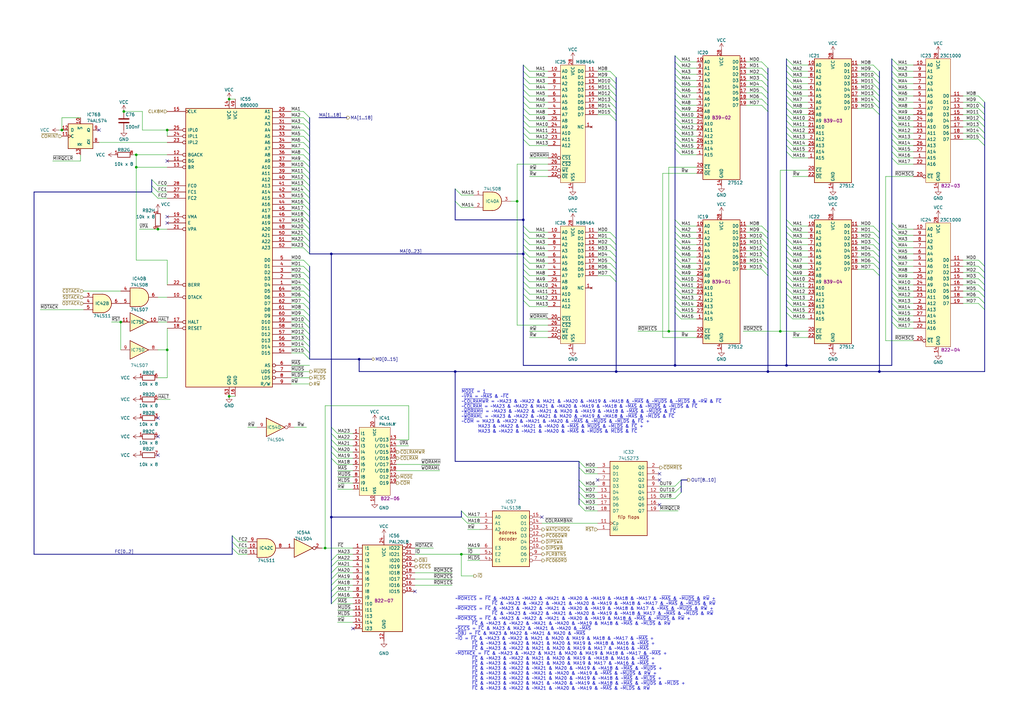
<source format=kicad_sch>
(kicad_sch (version 20230121) (generator eeschema)
  (paper "A3")
  (title_block (title "Rainbow Islands Extra") (date "2023-06-13") (company "Taito K1100319A") (comment 1 "Ulf Skutnabba, twitter: @skutis77"))
  (junction (at 49.53 132.08))
  (junction (at 322.58 149.86))
  (junction (at 276.86 149.86))
  (junction (at 189.23 227.33))
  (junction (at 360.68 152.4))
  (junction (at 93.98 162.56))
  (junction (at 55.88 63.5))
  (junction (at 135.89 212.09))
  (junction (at 212.09 82.55))
  (junction (at 214.63 104.14))
  (junction (at 135.89 104.14))
  (junction (at 186.69 152.4))
  (junction (at 50.8 45.72))
  (junction (at 25.4 53.34))
  (junction (at 64.77 93.98))
  (junction (at 93.98 40.64))
  (junction (at 320.04 135.89))
  (junction (at 147.32 147.32))
  (junction (at 252.73 152.4))
  (junction (at 133.35 224.79))
  (junction (at 314.96 152.4))
  (junction (at 68.58 53.34))
  (junction (at 55.88 68.58))
  (junction (at 68.58 143.51))
  (junction (at 214.63 90.17))
  (junction (at 274.32 135.89))
  (no_connect (at 68.58 66.04))
  (no_connect (at 64.77 171.45))
  (no_connect (at 144.78 257.81))
  (no_connect (at 270.51 194.31))
  (no_connect (at 270.51 207.01))
  (no_connect (at 245.11 196.85))
  (no_connect (at 270.51 196.85))
  (no_connect (at 222.25 212.09))
  (no_connect (at 68.58 91.44))
  (no_connect (at 64.77 179.07))
  (no_connect (at 40.64 53.34))
  (no_connect (at 64.77 186.69))
  (no_connect (at 68.58 88.9))
  (no_connect (at 170.18 242.57))
  (bus_entry (at 276.86 53.34) (size 2.54 2.54))
  (bus_entry (at 365.76 121.92) (size 2.54 2.54))
  (bus_entry (at 276.86 48.26) (size 2.54 2.54))
  (bus_entry (at 276.86 60.96) (size 2.54 2.54))
  (bus_entry (at 365.76 91.44) (size 2.54 2.54))
  (bus_entry (at 237.49 191.77) (size 2.54 2.54))
  (bus_entry (at 214.63 100.33) (size 2.54 2.54))
  (bus_entry (at 214.63 120.65) (size 2.54 2.54))
  (bus_entry (at 62.23 78.74) (size 2.54 2.54))
  (bus_entry (at 124.46 48.26) (size 2.54 2.54))
  (bus_entry (at 401.32 119.38) (size 2.54 2.54))
  (bus_entry (at 276.86 50.8) (size 2.54 2.54))
  (bus_entry (at 401.32 111.76) (size 2.54 2.54))
  (bus_entry (at 62.23 73.66) (size 2.54 2.54))
  (bus_entry (at 214.63 110.49) (size 2.54 2.54))
  (bus_entry (at 276.86 123.19) (size 2.54 2.54))
  (bus_entry (at 124.46 50.8) (size 2.54 2.54))
  (bus_entry (at 276.86 38.1) (size 2.54 2.54))
  (bus_entry (at 124.46 134.62) (size 2.54 2.54))
  (bus_entry (at 365.76 111.76) (size 2.54 2.54))
  (bus_entry (at 358.14 36.83) (size 2.54 2.54))
  (bus_entry (at 322.58 107.95) (size 2.54 2.54))
  (bus_entry (at 214.63 49.53) (size 2.54 2.54))
  (bus_entry (at 365.76 59.69) (size 2.54 2.54))
  (bus_entry (at 124.46 71.12) (size 2.54 2.54))
  (bus_entry (at 401.32 121.92) (size 2.54 2.54))
  (bus_entry (at 365.76 39.37) (size 2.54 2.54))
  (bus_entry (at 135.89 237.49) (size 2.54 -2.54))
  (bus_entry (at 237.49 199.39) (size 2.54 2.54))
  (bus_entry (at 189.23 209.55) (size 2.54 2.54))
  (bus_entry (at 276.86 43.18) (size 2.54 2.54))
  (bus_entry (at 322.58 54.61) (size 2.54 2.54))
  (bus_entry (at 365.76 93.98) (size 2.54 2.54))
  (bus_entry (at 124.46 137.16) (size 2.54 2.54))
  (bus_entry (at 365.76 57.15) (size 2.54 2.54))
  (bus_entry (at 250.19 102.87) (size 2.54 2.54))
  (bus_entry (at 276.86 199.39) (size 2.54 -2.54))
  (bus_entry (at 358.14 105.41) (size 2.54 2.54))
  (bus_entry (at 365.76 44.45) (size 2.54 2.54))
  (bus_entry (at 250.19 95.25) (size 2.54 2.54))
  (bus_entry (at 312.42 27.94) (size 2.54 2.54))
  (bus_entry (at 401.32 116.84) (size 2.54 2.54))
  (bus_entry (at 312.42 110.49) (size 2.54 2.54))
  (bus_entry (at 358.14 95.25) (size 2.54 2.54))
  (bus_entry (at 401.32 41.91) (size 2.54 2.54))
  (bus_entry (at 276.86 97.79) (size 2.54 2.54))
  (bus_entry (at 124.46 88.9) (size 2.54 2.54))
  (bus_entry (at 95.25 219.71) (size 2.54 2.54))
  (bus_entry (at 365.76 114.3) (size 2.54 2.54))
  (bus_entry (at 358.14 102.87) (size 2.54 2.54))
  (bus_entry (at 250.19 107.95) (size 2.54 2.54))
  (bus_entry (at 365.76 127) (size 2.54 2.54))
  (bus_entry (at 250.19 44.45) (size 2.54 2.54))
  (bus_entry (at 276.86 58.42) (size 2.54 2.54))
  (bus_entry (at 365.76 62.23) (size 2.54 2.54))
  (bus_entry (at 250.19 36.83) (size 2.54 2.54))
  (bus_entry (at 322.58 120.65) (size 2.54 2.54))
  (bus_entry (at 214.63 123.19) (size 2.54 2.54))
  (bus_entry (at 322.58 92.71) (size 2.54 2.54))
  (bus_entry (at 250.19 31.75) (size 2.54 2.54))
  (bus_entry (at 250.19 34.29) (size 2.54 2.54))
  (bus_entry (at 276.86 35.56) (size 2.54 2.54))
  (bus_entry (at 135.89 245.11) (size 2.54 -2.54))
  (bus_entry (at 312.42 35.56) (size 2.54 2.54))
  (bus_entry (at 276.86 125.73) (size 2.54 2.54))
  (bus_entry (at 250.19 113.03) (size 2.54 2.54))
  (bus_entry (at 276.86 128.27) (size 2.54 2.54))
  (bus_entry (at 365.76 104.14) (size 2.54 2.54))
  (bus_entry (at 124.46 76.2) (size 2.54 2.54))
  (bus_entry (at 358.14 41.91) (size 2.54 2.54))
  (bus_entry (at 365.76 26.67) (size 2.54 2.54))
  (bus_entry (at 95.25 224.79) (size 2.54 2.54))
  (bus_entry (at 276.86 102.87) (size 2.54 2.54))
  (bus_entry (at 124.46 73.66) (size 2.54 2.54))
  (bus_entry (at 214.63 113.03) (size 2.54 2.54))
  (bus_entry (at 322.58 100.33) (size 2.54 2.54))
  (bus_entry (at 365.76 116.84) (size 2.54 2.54))
  (bus_entry (at 312.42 107.95) (size 2.54 2.54))
  (bus_entry (at 124.46 53.34) (size 2.54 2.54))
  (bus_entry (at 365.76 34.29) (size 2.54 2.54))
  (bus_entry (at 124.46 139.7) (size 2.54 2.54))
  (bus_entry (at 322.58 97.79) (size 2.54 2.54))
  (bus_entry (at 214.63 34.29) (size 2.54 2.54))
  (bus_entry (at 276.86 92.71) (size 2.54 2.54))
  (bus_entry (at 214.63 26.67) (size 2.54 2.54))
  (bus_entry (at 365.76 36.83) (size 2.54 2.54))
  (bus_entry (at 322.58 95.25) (size 2.54 2.54))
  (bus_entry (at 276.86 120.65) (size 2.54 2.54))
  (bus_entry (at 214.63 107.95) (size 2.54 2.54))
  (bus_entry (at 312.42 33.02) (size 2.54 2.54))
  (bus_entry (at 237.49 201.93) (size 2.54 2.54))
  (bus_entry (at 322.58 118.11) (size 2.54 2.54))
  (bus_entry (at 401.32 114.3) (size 2.54 2.54))
  (bus_entry (at 401.32 39.37) (size 2.54 2.54))
  (bus_entry (at 124.46 55.88) (size 2.54 2.54))
  (bus_entry (at 322.58 29.21) (size 2.54 2.54))
  (bus_entry (at 276.86 105.41) (size 2.54 2.54))
  (bus_entry (at 214.63 29.21) (size 2.54 2.54))
  (bus_entry (at 124.46 142.24) (size 2.54 2.54))
  (bus_entry (at 124.46 121.92) (size 2.54 2.54))
  (bus_entry (at 322.58 110.49) (size 2.54 2.54))
  (bus_entry (at 322.58 113.03) (size 2.54 2.54))
  (bus_entry (at 214.63 57.15) (size 2.54 2.54))
  (bus_entry (at 358.14 34.29) (size 2.54 2.54))
  (bus_entry (at 401.32 49.53) (size 2.54 2.54))
  (bus_entry (at 276.86 25.4) (size 2.54 2.54))
  (bus_entry (at 250.19 100.33) (size 2.54 2.54))
  (bus_entry (at 312.42 95.25) (size 2.54 2.54))
  (bus_entry (at 322.58 26.67) (size 2.54 2.54))
  (bus_entry (at 250.19 105.41) (size 2.54 2.54))
  (bus_entry (at 312.42 40.64) (size 2.54 2.54))
  (bus_entry (at 124.46 83.82) (size 2.54 2.54))
  (bus_entry (at 401.32 106.68) (size 2.54 2.54))
  (bus_entry (at 186.69 77.47) (size 2.54 2.54))
  (bus_entry (at 276.86 45.72) (size 2.54 2.54))
  (bus_entry (at 365.76 64.77) (size 2.54 2.54))
  (bus_entry (at 322.58 39.37) (size 2.54 2.54))
  (bus_entry (at 124.46 106.68) (size 2.54 2.54))
  (bus_entry (at 135.89 229.87) (size 2.54 -2.54))
  (bus_entry (at 135.89 232.41) (size 2.54 -2.54))
  (bus_entry (at 322.58 46.99) (size 2.54 2.54))
  (bus_entry (at 124.46 58.42) (size 2.54 2.54))
  (bus_entry (at 322.58 125.73) (size 2.54 2.54))
  (bus_entry (at 135.89 177.8) (size 2.54 2.54))
  (bus_entry (at 365.76 109.22) (size 2.54 2.54))
  (bus_entry (at 250.19 29.21) (size 2.54 2.54))
  (bus_entry (at 358.14 92.71) (size 2.54 2.54))
  (bus_entry (at 358.14 110.49) (size 2.54 2.54))
  (bus_entry (at 365.76 132.08) (size 2.54 2.54))
  (bus_entry (at 124.46 114.3) (size 2.54 2.54))
  (bus_entry (at 250.19 39.37) (size 2.54 2.54))
  (bus_entry (at 214.63 44.45) (size 2.54 2.54))
  (bus_entry (at 322.58 49.53) (size 2.54 2.54))
  (bus_entry (at 365.76 49.53) (size 2.54 2.54))
  (bus_entry (at 322.58 52.07) (size 2.54 2.54))
  (bus_entry (at 358.14 44.45) (size 2.54 2.54))
  (bus_entry (at 237.49 207.01) (size 2.54 2.54))
  (bus_entry (at 124.46 96.52) (size 2.54 2.54))
  (bus_entry (at 237.49 204.47) (size 2.54 2.54))
  (bus_entry (at 124.46 86.36) (size 2.54 2.54))
  (bus_entry (at 401.32 57.15) (size 2.54 2.54))
  (bus_entry (at 322.58 24.13) (size 2.54 2.54))
  (bus_entry (at 124.46 101.6) (size 2.54 2.54))
  (bus_entry (at 124.46 68.58) (size 2.54 2.54))
  (bus_entry (at 365.76 129.54) (size 2.54 2.54))
  (bus_entry (at 322.58 128.27) (size 2.54 2.54))
  (bus_entry (at 135.89 234.95) (size 2.54 -2.54))
  (bus_entry (at 276.86 115.57) (size 2.54 2.54))
  (bus_entry (at 214.63 102.87) (size 2.54 2.54))
  (bus_entry (at 312.42 92.71) (size 2.54 2.54))
  (bus_entry (at 237.49 196.85) (size 2.54 2.54))
  (bus_entry (at 214.63 36.83) (size 2.54 2.54))
  (bus_entry (at 124.46 60.96) (size 2.54 2.54))
  (bus_entry (at 214.63 92.71) (size 2.54 2.54))
  (bus_entry (at 322.58 62.23) (size 2.54 2.54))
  (bus_entry (at 276.86 22.86) (size 2.54 2.54))
  (bus_entry (at 124.46 91.44) (size 2.54 2.54))
  (bus_entry (at 124.46 45.72) (size 2.54 2.54))
  (bus_entry (at 124.46 81.28) (size 2.54 2.54))
  (bus_entry (at 312.42 43.18) (size 2.54 2.54))
  (bus_entry (at 214.63 105.41) (size 2.54 2.54))
  (bus_entry (at 124.46 78.74) (size 2.54 2.54))
  (bus_entry (at 276.86 201.93) (size 2.54 -2.54))
  (bus_entry (at 322.58 44.45) (size 2.54 2.54))
  (bus_entry (at 124.46 119.38) (size 2.54 2.54))
  (bus_entry (at 365.76 99.06) (size 2.54 2.54))
  (bus_entry (at 276.86 95.25) (size 2.54 2.54))
  (bus_entry (at 214.63 95.25) (size 2.54 2.54))
  (bus_entry (at 322.58 31.75) (size 2.54 2.54))
  (bus_entry (at 358.14 97.79) (size 2.54 2.54))
  (bus_entry (at 365.76 101.6) (size 2.54 2.54))
  (bus_entry (at 365.76 31.75) (size 2.54 2.54))
  (bus_entry (at 358.14 107.95) (size 2.54 2.54))
  (bus_entry (at 214.63 46.99) (size 2.54 2.54))
  (bus_entry (at 276.86 30.48) (size 2.54 2.54))
  (bus_entry (at 312.42 30.48) (size 2.54 2.54))
  (bus_entry (at 124.46 93.98) (size 2.54 2.54))
  (bus_entry (at 312.42 97.79) (size 2.54 2.54))
  (bus_entry (at 276.86 55.88) (size 2.54 2.54))
  (bus_entry (at 401.32 54.61) (size 2.54 2.54))
  (bus_entry (at 276.86 107.95) (size 2.54 2.54))
  (bus_entry (at 124.46 127) (size 2.54 2.54))
  (bus_entry (at 276.86 113.03) (size 2.54 2.54))
  (bus_entry (at 312.42 102.87) (size 2.54 2.54))
  (bus_entry (at 276.86 118.11) (size 2.54 2.54))
  (bus_entry (at 214.63 39.37) (size 2.54 2.54))
  (bus_entry (at 312.42 105.41) (size 2.54 2.54))
  (bus_entry (at 214.63 52.07) (size 2.54 2.54))
  (bus_entry (at 250.19 41.91) (size 2.54 2.54))
  (bus_entry (at 358.14 31.75) (size 2.54 2.54))
  (bus_entry (at 322.58 34.29) (size 2.54 2.54))
  (bus_entry (at 186.69 82.55) (size 2.54 2.54))
  (bus_entry (at 135.89 182.88) (size 2.54 2.54))
  (bus_entry (at 276.86 90.17) (size 2.54 2.54))
  (bus_entry (at 124.46 109.22) (size 2.54 2.54))
  (bus_entry (at 322.58 123.19) (size 2.54 2.54))
  (bus_entry (at 365.76 106.68) (size 2.54 2.54))
  (bus_entry (at 124.46 63.5) (size 2.54 2.54))
  (bus_entry (at 276.86 204.47) (size 2.54 -2.54))
  (bus_entry (at 250.19 110.49) (size 2.54 2.54))
  (bus_entry (at 135.89 247.65) (size 2.54 -2.54))
  (bus_entry (at 322.58 41.91) (size 2.54 2.54))
  (bus_entry (at 401.32 52.07) (size 2.54 2.54))
  (bus_entry (at 135.89 240.03) (size 2.54 -2.54))
  (bus_entry (at 322.58 115.57) (size 2.54 2.54))
  (bus_entry (at 276.86 27.94) (size 2.54 2.54))
  (bus_entry (at 189.23 212.09) (size 2.54 2.54))
  (bus_entry (at 214.63 41.91) (size 2.54 2.54))
  (bus_entry (at 322.58 57.15) (size 2.54 2.54))
  (bus_entry (at 95.25 222.25) (size 2.54 2.54))
  (bus_entry (at 401.32 109.22) (size 2.54 2.54))
  (bus_entry (at 62.23 76.2) (size 2.54 2.54))
  (bus_entry (at 124.46 144.78) (size 2.54 2.54))
  (bus_entry (at 135.89 185.42) (size 2.54 2.54))
  (bus_entry (at 124.46 132.08) (size 2.54 2.54))
  (bus_entry (at 276.86 100.33) (size 2.54 2.54))
  (bus_entry (at 322.58 90.17) (size 2.54 2.54))
  (bus_entry (at 322.58 36.83) (size 2.54 2.54))
  (bus_entry (at 401.32 46.99) (size 2.54 2.54))
  (bus_entry (at 276.86 110.49) (size 2.54 2.54))
  (bus_entry (at 135.89 242.57) (size 2.54 -2.54))
  (bus_entry (at 358.14 29.21) (size 2.54 2.54))
  (bus_entry (at 365.76 119.38) (size 2.54 2.54))
  (bus_entry (at 214.63 97.79) (size 2.54 2.54))
  (bus_entry (at 312.42 25.4) (size 2.54 2.54))
  (bus_entry (at 365.76 24.13) (size 2.54 2.54))
  (bus_entry (at 135.89 187.96) (size 2.54 2.54))
  (bus_entry (at 365.76 46.99) (size 2.54 2.54))
  (bus_entry (at 322.58 59.69) (size 2.54 2.54))
  (bus_entry (at 365.76 124.46) (size 2.54 2.54))
  (bus_entry (at 312.42 100.33) (size 2.54 2.54))
  (bus_entry (at 124.46 129.54) (size 2.54 2.54))
  (bus_entry (at 124.46 111.76) (size 2.54 2.54))
  (bus_entry (at 401.32 44.45) (size 2.54 2.54))
  (bus_entry (at 276.86 33.02) (size 2.54 2.54))
  (bus_entry (at 365.76 29.21) (size 2.54 2.54))
  (bus_entry (at 250.19 46.99) (size 2.54 2.54))
  (bus_entry (at 276.86 40.64) (size 2.54 2.54))
  (bus_entry (at 124.46 99.06) (size 2.54 2.54))
  (bus_entry (at 237.49 189.23) (size 2.54 2.54))
  (bus_entry (at 358.14 39.37) (size 2.54 2.54))
  (bus_entry (at 322.58 102.87) (size 2.54 2.54))
  (bus_entry (at 358.14 26.67) (size 2.54 2.54))
  (bus_entry (at 214.63 115.57) (size 2.54 2.54))
  (bus_entry (at 135.89 175.26) (size 2.54 2.54))
  (bus_entry (at 250.19 97.79) (size 2.54 2.54))
  (bus_entry (at 124.46 116.84) (size 2.54 2.54))
  (bus_entry (at 322.58 105.41) (size 2.54 2.54))
  (bus_entry (at 214.63 31.75) (size 2.54 2.54))
  (bus_entry (at 135.89 180.34) (size 2.54 2.54))
  (bus_entry (at 358.14 100.33) (size 2.54 2.54))
  (bus_entry (at 365.76 96.52) (size 2.54 2.54))
  (bus_entry (at 124.46 124.46) (size 2.54 2.54))
  (bus_entry (at 214.63 54.61) (size 2.54 2.54))
  (bus_entry (at 312.42 38.1) (size 2.54 2.54))
  (bus_entry (at 214.63 118.11) (size 2.54 2.54))
  (bus_entry (at 401.32 124.46) (size 2.54 2.54))
  (bus_entry (at 124.46 66.04) (size 2.54 2.54))
  (bus_entry (at 365.76 52.07) (size 2.54 2.54))
  (bus_entry (at 365.76 41.91) (size 2.54 2.54))
  (bus_entry (at 365.76 54.61) (size 2.54 2.54))
  (wire (pts (xy 394.97 39.37) (xy 401.32 39.37)))
  (bus (pts (xy 214.63 95.25) (xy 214.63 97.79)))
  (wire (pts (xy 119.38 86.36) (xy 124.46 86.36)))
  (wire (pts (xy 320.04 69.85) (xy 320.04 135.89)))
  (bus (pts (xy 365.76 57.15) (xy 365.76 59.69)))
  (bus (pts (xy 214.63 31.75) (xy 214.63 34.29)))
  (bus (pts (xy 276.86 45.72) (xy 276.86 48.26)))
  (wire (pts (xy 245.11 105.41) (xy 250.19 105.41)))
  (wire (pts (xy 306.07 27.94) (xy 312.42 27.94)))
  (wire (pts (xy 325.12 31.75) (xy 331.47 31.75)))
  (wire (pts (xy 279.4 50.8) (xy 285.75 50.8)))
  (wire (pts (xy 279.4 120.65) (xy 285.75 120.65)))
  (bus (pts (xy 322.58 90.17) (xy 322.58 92.71)))
  (bus (pts (xy 360.68 34.29) (xy 360.68 36.83)))
  (bus (pts (xy 127 93.98) (xy 127 96.52)))
  (wire (pts (xy 138.43 250.19) (xy 144.78 250.19)))
  (bus (pts (xy 252.73 44.45) (xy 252.73 46.99)))
  (wire (pts (xy 212.09 67.31) (xy 212.09 82.55)))
  (bus (pts (xy 322.58 54.61) (xy 322.58 57.15)))
  (bus (pts (xy 95.25 224.79) (xy 95.25 227.33)))
  (wire (pts (xy 170.18 234.95) (xy 185.42 234.95)))
  (wire (pts (xy 279.4 38.1) (xy 285.75 38.1)))
  (wire (pts (xy 306.07 105.41) (xy 312.42 105.41)))
  (wire (pts (xy 368.3 114.3) (xy 374.65 114.3)))
  (wire (pts (xy 351.79 39.37) (xy 358.14 39.37)))
  (wire (pts (xy 138.43 245.11) (xy 144.78 245.11)))
  (bus (pts (xy 322.58 26.67) (xy 322.58 29.21)))
  (bus (pts (xy 365.76 39.37) (xy 365.76 41.91)))
  (wire (pts (xy 138.43 198.12) (xy 144.78 198.12)))
  (wire (pts (xy 351.79 105.41) (xy 358.14 105.41)))
  (bus (pts (xy 276.86 95.25) (xy 276.86 97.79)))
  (wire (pts (xy 368.3 129.54) (xy 374.65 129.54)))
  (wire (pts (xy 138.43 200.66) (xy 144.78 200.66)))
  (wire (pts (xy 217.17 125.73) (xy 224.79 125.73)))
  (wire (pts (xy 306.07 43.18) (xy 312.42 43.18)))
  (bus (pts (xy 95.25 222.25) (xy 95.25 224.79)))
  (wire (pts (xy 138.43 227.33) (xy 144.78 227.33)))
  (wire (pts (xy 217.17 59.69) (xy 224.79 59.69)))
  (wire (pts (xy 368.3 52.07) (xy 374.65 52.07)))
  (bus (pts (xy 135.89 245.11) (xy 135.89 247.65)))
  (wire (pts (xy 325.12 64.77) (xy 331.47 64.77)))
  (bus (pts (xy 189.23 209.55) (xy 189.23 212.09)))
  (wire (pts (xy 368.3 99.06) (xy 374.65 99.06)))
  (bus (pts (xy 276.86 128.27) (xy 276.86 149.86)))
  (bus (pts (xy 403.86 41.91) (xy 403.86 44.45)))
  (bus (pts (xy 365.76 99.06) (xy 365.76 101.6)))
  (wire (pts (xy 394.97 41.91) (xy 401.32 41.91)))
  (wire (pts (xy 119.38 119.38) (xy 124.46 119.38)))
  (wire (pts (xy 93.98 40.64) (xy 96.52 40.64)))
  (wire (pts (xy 217.17 57.15) (xy 224.79 57.15)))
  (bus (pts (xy 314.96 107.95) (xy 314.96 110.49)))
  (wire (pts (xy 394.97 106.68) (xy 401.32 106.68)))
  (bus (pts (xy 276.86 100.33) (xy 276.86 102.87)))
  (bus (pts (xy 360.68 110.49) (xy 360.68 113.03)))
  (bus (pts (xy 127 53.34) (xy 127 55.88)))
  (bus (pts (xy 365.76 44.45) (xy 365.76 46.99)))
  (wire (pts (xy 119.38 106.68) (xy 124.46 106.68)))
  (wire (pts (xy 119.38 132.08) (xy 124.46 132.08)))
  (wire (pts (xy 394.97 116.84) (xy 401.32 116.84)))
  (wire (pts (xy 162.56 193.04) (xy 180.34 193.04)))
  (wire (pts (xy 279.4 123.19) (xy 285.75 123.19)))
  (wire (pts (xy 279.4 25.4) (xy 285.75 25.4)))
  (bus (pts (xy 314.96 152.4) (xy 360.68 152.4)))
  (wire (pts (xy 217.17 115.57) (xy 224.79 115.57)))
  (wire (pts (xy 132.08 224.79) (xy 133.35 224.79)))
  (bus (pts (xy 365.76 34.29) (xy 365.76 36.83)))
  (bus (pts (xy 360.68 95.25) (xy 360.68 97.79)))
  (wire (pts (xy 245.11 44.45) (xy 250.19 44.45)))
  (bus (pts (xy 276.86 60.96) (xy 276.86 90.17)))
  (bus (pts (xy 279.4 199.39) (xy 279.4 196.85)))
  (bus (pts (xy 252.73 39.37) (xy 252.73 41.91)))
  (wire (pts (xy 270.51 209.55) (xy 278.13 209.55)))
  (wire (pts (xy 351.79 110.49) (xy 358.14 110.49)))
  (bus (pts (xy 214.63 115.57) (xy 214.63 118.11)))
  (wire (pts (xy 240.03 204.47) (xy 245.11 204.47)))
  (bus (pts (xy 127 55.88) (xy 127 58.42)))
  (wire (pts (xy 119.38 144.78) (xy 124.46 144.78)))
  (wire (pts (xy 325.12 36.83) (xy 331.47 36.83)))
  (wire (pts (xy 279.4 125.73) (xy 285.75 125.73)))
  (bus (pts (xy 322.58 115.57) (xy 322.58 118.11)))
  (wire (pts (xy 138.43 190.5) (xy 144.78 190.5)))
  (bus (pts (xy 403.86 116.84) (xy 403.86 119.38)))
  (wire (pts (xy 279.4 102.87) (xy 285.75 102.87)))
  (wire (pts (xy 394.97 49.53) (xy 401.32 49.53)))
  (bus (pts (xy 252.73 97.79) (xy 252.73 100.33)))
  (wire (pts (xy 16.51 127) (xy 34.29 127)))
  (wire (pts (xy 119.38 58.42) (xy 124.46 58.42)))
  (wire (pts (xy 306.07 92.71) (xy 312.42 92.71)))
  (bus (pts (xy 214.63 39.37) (xy 214.63 41.91)))
  (wire (pts (xy 64.77 163.83) (xy 69.85 163.83)))
  (wire (pts (xy 217.17 49.53) (xy 224.79 49.53)))
  (bus (pts (xy 252.73 115.57) (xy 252.73 152.4)))
  (bus (pts (xy 322.58 36.83) (xy 322.58 39.37)))
  (wire (pts (xy 325.12 26.67) (xy 331.47 26.67)))
  (wire (pts (xy 394.97 46.99) (xy 401.32 46.99)))
  (wire (pts (xy 245.11 36.83) (xy 250.19 36.83)))
  (wire (pts (xy 97.79 227.33) (xy 101.6 227.33)))
  (wire (pts (xy 270.51 204.47) (xy 276.86 204.47)))
  (wire (pts (xy 240.03 201.93) (xy 245.11 201.93)))
  (wire (pts (xy 351.79 95.25) (xy 358.14 95.25)))
  (bus (pts (xy 276.86 113.03) (xy 276.86 115.57)))
  (wire (pts (xy 119.38 127) (xy 124.46 127)))
  (wire (pts (xy 271.78 71.12) (xy 285.75 71.12)))
  (wire (pts (xy 325.12 72.39) (xy 331.47 72.39)))
  (bus (pts (xy 186.69 82.55) (xy 186.69 90.17)))
  (wire (pts (xy 138.43 229.87) (xy 144.78 229.87)))
  (bus (pts (xy 322.58 149.86) (xy 365.76 149.86)))
  (wire (pts (xy 119.38 81.28) (xy 124.46 81.28)))
  (wire (pts (xy 279.4 115.57) (xy 285.75 115.57)))
  (wire (pts (xy 217.17 123.19) (xy 224.79 123.19)))
  (wire (pts (xy 306.07 97.79) (xy 312.42 97.79)))
  (bus (pts (xy 127 76.2) (xy 127 78.74)))
  (wire (pts (xy 363.22 139.7) (xy 374.65 139.7)))
  (bus (pts (xy 127 111.76) (xy 127 114.3)))
  (wire (pts (xy 368.3 31.75) (xy 374.65 31.75)))
  (bus (pts (xy 135.89 187.96) (xy 135.89 212.09)))
  (wire (pts (xy 368.3 101.6) (xy 374.65 101.6)))
  (wire (pts (xy 325.12 113.03) (xy 331.47 113.03)))
  (bus (pts (xy 127 116.84) (xy 127 119.38)))
  (bus (pts (xy 127 144.78) (xy 127 147.32)))
  (bus (pts (xy 403.86 111.76) (xy 403.86 114.3)))
  (bus (pts (xy 322.58 120.65) (xy 322.58 123.19)))
  (bus (pts (xy 252.73 152.4) (xy 186.69 152.4)))
  (wire (pts (xy 189.23 80.01) (xy 194.31 80.01)))
  (bus (pts (xy 365.76 24.13) (xy 365.76 26.67)))
  (bus (pts (xy 127 81.28) (xy 127 83.82)))
  (bus (pts (xy 214.63 90.17) (xy 214.63 92.71)))
  (wire (pts (xy 138.43 182.88) (xy 144.78 182.88)))
  (wire (pts (xy 217.17 36.83) (xy 224.79 36.83)))
  (bus (pts (xy 322.58 31.75) (xy 322.58 34.29)))
  (bus (pts (xy 365.76 91.44) (xy 365.76 93.98)))
  (wire (pts (xy 138.43 177.8) (xy 144.78 177.8)))
  (wire (pts (xy 325.12 62.23) (xy 331.47 62.23)))
  (wire (pts (xy 64.77 143.51) (xy 68.58 143.51)))
  (bus (pts (xy 214.63 34.29) (xy 214.63 36.83)))
  (wire (pts (xy 217.17 31.75) (xy 224.79 31.75)))
  (wire (pts (xy 368.3 26.67) (xy 374.65 26.67)))
  (wire (pts (xy 217.17 130.81) (xy 224.79 130.81)))
  (wire (pts (xy 138.43 247.65) (xy 144.78 247.65)))
  (wire (pts (xy 133.35 166.37) (xy 167.64 166.37)))
  (bus (pts (xy 147.32 152.4) (xy 186.69 152.4)))
  (wire (pts (xy 68.58 154.94) (xy 68.58 143.51)))
  (bus (pts (xy 365.76 121.92) (xy 365.76 124.46)))
  (bus (pts (xy 252.73 102.87) (xy 252.73 105.41)))
  (bus (pts (xy 360.68 100.33) (xy 360.68 102.87)))
  (bus (pts (xy 127 78.74) (xy 127 81.28)))
  (wire (pts (xy 245.11 107.95) (xy 250.19 107.95)))
  (bus (pts (xy 322.58 118.11) (xy 322.58 120.65)))
  (wire (pts (xy 119.38 60.96) (xy 124.46 60.96)))
  (bus (pts (xy 276.86 97.79) (xy 276.86 100.33)))
  (wire (pts (xy 325.12 107.95) (xy 331.47 107.95)))
  (bus (pts (xy 403.86 124.46) (xy 403.86 127)))
  (wire (pts (xy 93.98 162.56) (xy 96.52 162.56)))
  (wire (pts (xy 394.97 44.45) (xy 401.32 44.45)))
  (wire (pts (xy 189.23 227.33) (xy 196.85 227.33)))
  (bus (pts (xy 360.68 39.37) (xy 360.68 41.91)))
  (bus (pts (xy 360.68 46.99) (xy 360.68 95.25)))
  (wire (pts (xy 325.12 105.41) (xy 331.47 105.41)))
  (bus (pts (xy 214.63 36.83) (xy 214.63 39.37)))
  (bus (pts (xy 365.76 41.91) (xy 365.76 44.45)))
  (bus (pts (xy 314.96 110.49) (xy 314.96 113.03)))
  (wire (pts (xy 320.04 69.85) (xy 331.47 69.85)))
  (bus (pts (xy 214.63 100.33) (xy 214.63 102.87)))
  (bus (pts (xy 214.63 113.03) (xy 214.63 115.57)))
  (bus (pts (xy 214.63 54.61) (xy 214.63 57.15)))
  (bus (pts (xy 135.89 212.09) (xy 135.89 229.87)))
  (bus (pts (xy 214.63 26.67) (xy 214.63 29.21)))
  (bus (pts (xy 214.63 118.11) (xy 214.63 120.65)))
  (bus (pts (xy 127 73.66) (xy 127 76.2)))
  (wire (pts (xy 119.38 93.98) (xy 124.46 93.98)))
  (wire (pts (xy 368.3 124.46) (xy 374.65 124.46)))
  (wire (pts (xy 279.4 95.25) (xy 285.75 95.25)))
  (wire (pts (xy 55.88 63.5) (xy 55.88 68.58)))
  (bus (pts (xy 135.89 237.49) (xy 135.89 240.03)))
  (bus (pts (xy 252.73 107.95) (xy 252.73 110.49)))
  (bus (pts (xy 276.86 107.95) (xy 276.86 110.49)))
  (wire (pts (xy 68.58 143.51) (xy 68.58 134.62)))
  (bus (pts (xy 365.76 26.67) (xy 365.76 29.21)))
  (bus (pts (xy 127 109.22) (xy 127 111.76)))
  (wire (pts (xy 368.3 127) (xy 374.65 127)))
  (wire (pts (xy 325.12 52.07) (xy 331.47 52.07)))
  (wire (pts (xy 368.3 54.61) (xy 374.65 54.61)))
  (wire (pts (xy 368.3 29.21) (xy 374.65 29.21)))
  (wire (pts (xy 119.38 68.58) (xy 124.46 68.58)))
  (wire (pts (xy 119.38 91.44) (xy 124.46 91.44)))
  (wire (pts (xy 325.12 49.53) (xy 331.47 49.53)))
  (bus (pts (xy 135.89 212.09) (xy 189.23 212.09)))
  (wire (pts (xy 119.38 71.12) (xy 124.46 71.12)))
  (wire (pts (xy 64.77 132.08) (xy 68.58 132.08)))
  (bus (pts (xy 403.86 59.69) (xy 403.86 109.22)))
  (bus (pts (xy 127 99.06) (xy 127 101.6)))
  (wire (pts (xy 217.17 110.49) (xy 224.79 110.49)))
  (wire (pts (xy 217.17 135.89) (xy 224.79 135.89)))
  (wire (pts (xy 325.12 102.87) (xy 331.47 102.87)))
  (wire (pts (xy 138.43 193.04) (xy 144.78 193.04)))
  (wire (pts (xy 306.07 33.02) (xy 312.42 33.02)))
  (wire (pts (xy 68.58 53.34) (xy 68.58 55.88)))
  (wire (pts (xy 119.38 152.4) (xy 127 152.4)))
  (bus (pts (xy 214.63 97.79) (xy 214.63 100.33)))
  (wire (pts (xy 306.07 110.49) (xy 312.42 110.49)))
  (bus (pts (xy 276.86 58.42) (xy 276.86 60.96)))
  (wire (pts (xy 120.65 175.26) (xy 125.73 175.26)))
  (wire (pts (xy 240.03 199.39) (xy 245.11 199.39)))
  (wire (pts (xy 240.03 191.77) (xy 245.11 191.77)))
  (bus (pts (xy 276.86 33.02) (xy 276.86 35.56)))
  (bus (pts (xy 322.58 39.37) (xy 322.58 41.91)))
  (bus (pts (xy 314.96 30.48) (xy 314.96 33.02)))
  (wire (pts (xy 368.3 44.45) (xy 374.65 44.45)))
  (wire (pts (xy 119.38 50.8) (xy 124.46 50.8)))
  (wire (pts (xy 368.3 116.84) (xy 374.65 116.84)))
  (bus (pts (xy 252.73 49.53) (xy 252.73 97.79)))
  (wire (pts (xy 217.17 138.43) (xy 224.79 138.43)))
  (wire (pts (xy 274.32 68.58) (xy 285.75 68.58)))
  (bus (pts (xy 360.68 97.79) (xy 360.68 100.33)))
  (bus (pts (xy 365.76 62.23) (xy 365.76 64.77)))
  (bus (pts (xy 365.76 29.21) (xy 365.76 31.75)))
  (wire (pts (xy 351.79 92.71) (xy 358.14 92.71)))
  (bus (pts (xy 276.86 118.11) (xy 276.86 120.65)))
  (wire (pts (xy 325.12 130.81) (xy 331.47 130.81)))
  (wire (pts (xy 245.11 41.91) (xy 250.19 41.91)))
  (wire (pts (xy 325.12 57.15) (xy 331.47 57.15)))
  (bus (pts (xy 127 96.52) (xy 127 99.06)))
  (bus (pts (xy 127 101.6) (xy 127 104.14)))
  (wire (pts (xy 45.72 132.08) (xy 49.53 132.08)))
  (wire (pts (xy 170.18 224.79) (xy 177.8 224.79)))
  (wire (pts (xy 162.56 190.5) (xy 180.34 190.5)))
  (bus (pts (xy 365.76 101.6) (xy 365.76 104.14)))
  (bus (pts (xy 360.68 105.41) (xy 360.68 107.95)))
  (wire (pts (xy 279.4 110.49) (xy 285.75 110.49)))
  (wire (pts (xy 325.12 118.11) (xy 331.47 118.11)))
  (bus (pts (xy 127 142.24) (xy 127 144.78)))
  (bus (pts (xy 252.73 152.4) (xy 314.96 152.4)))
  (bus (pts (xy 322.58 44.45) (xy 322.58 46.99)))
  (bus (pts (xy 365.76 109.22) (xy 365.76 111.76)))
  (wire (pts (xy 325.12 123.19) (xy 331.47 123.19)))
  (bus (pts (xy 252.73 110.49) (xy 252.73 113.03)))
  (wire (pts (xy 368.3 57.15) (xy 374.65 57.15)))
  (wire (pts (xy 394.97 54.61) (xy 401.32 54.61)))
  (wire (pts (xy 279.4 92.71) (xy 285.75 92.71)))
  (bus (pts (xy 365.76 116.84) (xy 365.76 119.38)))
  (bus (pts (xy 365.76 54.61) (xy 365.76 57.15)))
  (bus (pts (xy 365.76 114.3) (xy 365.76 116.84)))
  (bus (pts (xy 314.96 33.02) (xy 314.96 35.56)))
  (bus (pts (xy 13.97 78.74) (xy 13.97 227.33)))
  (wire (pts (xy 217.17 64.77) (xy 224.79 64.77)))
  (wire (pts (xy 368.3 93.98) (xy 374.65 93.98)))
  (wire (pts (xy 351.79 44.45) (xy 358.14 44.45)))
  (bus (pts (xy 186.69 90.17) (xy 214.63 90.17)))
  (wire (pts (xy 368.3 111.76) (xy 374.65 111.76)))
  (wire (pts (xy 133.35 224.79) (xy 133.35 166.37)))
  (bus (pts (xy 135.89 242.57) (xy 135.89 245.11)))
  (bus (pts (xy 322.58 92.71) (xy 322.58 95.25)))
  (wire (pts (xy 25.4 48.26) (xy 25.4 53.34)))
  (wire (pts (xy 170.18 237.49) (xy 185.42 237.49)))
  (bus (pts (xy 276.86 110.49) (xy 276.86 113.03)))
  (bus (pts (xy 237.49 204.47) (xy 237.49 207.01)))
  (wire (pts (xy 21.59 66.04) (xy 33.02 66.04)))
  (wire (pts (xy 351.79 41.91) (xy 358.14 41.91)))
  (bus (pts (xy 127 129.54) (xy 127 132.08)))
  (bus (pts (xy 276.86 105.41) (xy 276.86 107.95)))
  (bus (pts (xy 127 66.04) (xy 127 68.58)))
  (wire (pts (xy 212.09 133.35) (xy 224.79 133.35)))
  (wire (pts (xy 217.17 46.99) (xy 224.79 46.99)))
  (bus (pts (xy 322.58 97.79) (xy 322.58 100.33)))
  (wire (pts (xy 34.29 119.38) (xy 49.53 119.38)))
  (wire (pts (xy 245.11 110.49) (xy 250.19 110.49)))
  (bus (pts (xy 314.96 35.56) (xy 314.96 38.1)))
  (wire (pts (xy 133.35 224.79) (xy 144.78 224.79)))
  (wire (pts (xy 351.79 29.21) (xy 358.14 29.21)))
  (bus (pts (xy 237.49 189.23) (xy 237.49 191.77)))
  (bus (pts (xy 276.86 50.8) (xy 276.86 53.34)))
  (wire (pts (xy 64.77 81.28) (xy 68.58 81.28)))
  (wire (pts (xy 368.3 49.53) (xy 374.65 49.53)))
  (bus (pts (xy 135.89 234.95) (xy 135.89 237.49)))
  (bus (pts (xy 276.86 27.94) (xy 276.86 30.48)))
  (wire (pts (xy 138.43 195.58) (xy 144.78 195.58)))
  (wire (pts (xy 167.64 180.34) (xy 162.56 180.34)))
  (wire (pts (xy 217.17 41.91) (xy 224.79 41.91)))
  (wire (pts (xy 119.38 134.62) (xy 124.46 134.62)))
  (bus (pts (xy 279.4 196.85) (xy 281.94 196.85)))
  (bus (pts (xy 322.58 29.21) (xy 322.58 31.75)))
  (wire (pts (xy 119.38 55.88) (xy 124.46 55.88)))
  (wire (pts (xy 368.3 36.83) (xy 374.65 36.83)))
  (bus (pts (xy 314.96 105.41) (xy 314.96 107.95)))
  (wire (pts (xy 33.02 63.5) (xy 33.02 66.04)))
  (wire (pts (xy 270.51 199.39) (xy 276.86 199.39)))
  (wire (pts (xy 325.12 29.21) (xy 331.47 29.21)))
  (wire (pts (xy 279.4 63.5) (xy 285.75 63.5)))
  (wire (pts (xy 279.4 43.18) (xy 285.75 43.18)))
  (bus (pts (xy 360.68 113.03) (xy 360.68 152.4)))
  (wire (pts (xy 119.38 45.72) (xy 124.46 45.72)))
  (bus (pts (xy 127 114.3) (xy 127 116.84)))
  (bus (pts (xy 365.76 104.14) (xy 365.76 106.68)))
  (wire (pts (xy 217.17 29.21) (xy 224.79 29.21)))
  (bus (pts (xy 127 68.58) (xy 127 71.12)))
  (wire (pts (xy 119.38 83.82) (xy 124.46 83.82)))
  (wire (pts (xy 325.12 97.79) (xy 331.47 97.79)))
  (bus (pts (xy 135.89 185.42) (xy 135.89 187.96)))
  (wire (pts (xy 279.4 118.11) (xy 285.75 118.11)))
  (wire (pts (xy 119.38 129.54) (xy 124.46 129.54)))
  (wire (pts (xy 119.38 53.34) (xy 124.46 53.34)))
  (bus (pts (xy 214.63 104.14) (xy 214.63 105.41)))
  (bus (pts (xy 214.63 120.65) (xy 214.63 123.19)))
  (wire (pts (xy 167.64 166.37) (xy 167.64 180.34)))
  (bus (pts (xy 276.86 30.48) (xy 276.86 33.02)))
  (bus (pts (xy 127 127) (xy 127 129.54)))
  (wire (pts (xy 119.38 96.52) (xy 124.46 96.52)))
  (bus (pts (xy 127 124.46) (xy 127 127)))
  (wire (pts (xy 368.3 106.68) (xy 374.65 106.68)))
  (bus (pts (xy 127 88.9) (xy 127 91.44)))
  (bus (pts (xy 237.49 199.39) (xy 237.49 201.93)))
  (bus (pts (xy 135.89 180.34) (xy 135.89 182.88)))
  (wire (pts (xy 217.17 69.85) (xy 224.79 69.85)))
  (wire (pts (xy 138.43 180.34) (xy 144.78 180.34)))
  (wire (pts (xy 119.38 154.94) (xy 127 154.94)))
  (wire (pts (xy 97.79 224.79) (xy 101.6 224.79)))
  (bus (pts (xy 62.23 76.2) (xy 62.23 78.74)))
  (wire (pts (xy 279.4 105.41) (xy 285.75 105.41)))
  (wire (pts (xy 119.38 124.46) (xy 124.46 124.46)))
  (bus (pts (xy 403.86 57.15) (xy 403.86 59.69)))
  (bus (pts (xy 127 63.5) (xy 127 66.04)))
  (wire (pts (xy 138.43 242.57) (xy 144.78 242.57)))
  (bus (pts (xy 322.58 102.87) (xy 322.58 105.41)))
  (wire (pts (xy 55.88 106.68) (xy 55.88 68.58)))
  (bus (pts (xy 365.76 46.99) (xy 365.76 49.53)))
  (wire (pts (xy 325.12 34.29) (xy 331.47 34.29)))
  (bus (pts (xy 276.86 92.71) (xy 276.86 95.25)))
  (bus (pts (xy 252.73 41.91) (xy 252.73 44.45)))
  (bus (pts (xy 135.89 104.14) (xy 214.63 104.14)))
  (wire (pts (xy 368.3 132.08) (xy 374.65 132.08)))
  (bus (pts (xy 365.76 93.98) (xy 365.76 96.52)))
  (bus (pts (xy 127 139.7) (xy 127 142.24)))
  (wire (pts (xy 209.55 82.55) (xy 212.09 82.55)))
  (bus (pts (xy 276.86 48.26) (xy 276.86 50.8)))
  (bus (pts (xy 127 48.26) (xy 127 50.8)))
  (wire (pts (xy 138.43 234.95) (xy 144.78 234.95)))
  (wire (pts (xy 394.97 114.3) (xy 401.32 114.3)))
  (wire (pts (xy 68.58 106.68) (xy 55.88 106.68)))
  (wire (pts (xy 217.17 97.79) (xy 224.79 97.79)))
  (bus (pts (xy 314.96 113.03) (xy 314.96 152.4)))
  (wire (pts (xy 119.38 157.48) (xy 127 157.48)))
  (wire (pts (xy 245.11 100.33) (xy 250.19 100.33)))
  (bus (pts (xy 127 50.8) (xy 127 53.34)))
  (wire (pts (xy 279.4 40.64) (xy 285.75 40.64)))
  (wire (pts (xy 351.79 34.29) (xy 358.14 34.29)))
  (bus (pts (xy 322.58 125.73) (xy 322.58 128.27)))
  (wire (pts (xy 394.97 124.46) (xy 401.32 124.46)))
  (bus (pts (xy 252.73 100.33) (xy 252.73 102.87)))
  (wire (pts (xy 217.17 52.07) (xy 224.79 52.07)))
  (wire (pts (xy 245.11 34.29) (xy 250.19 34.29)))
  (wire (pts (xy 58.42 45.72) (xy 58.42 53.34)))
  (bus (pts (xy 62.23 73.66) (xy 62.23 76.2)))
  (bus (pts (xy 252.73 113.03) (xy 252.73 115.57)))
  (bus (pts (xy 322.58 59.69) (xy 322.58 62.23)))
  (wire (pts (xy 24.13 53.34) (xy 25.4 53.34)))
  (wire (pts (xy 279.4 97.79) (xy 285.75 97.79)))
  (wire (pts (xy 68.58 63.5) (xy 55.88 63.5)))
  (wire (pts (xy 274.32 68.58) (xy 274.32 135.89)))
  (wire (pts (xy 274.32 135.89) (xy 285.75 135.89)))
  (wire (pts (xy 351.79 97.79) (xy 358.14 97.79)))
  (wire (pts (xy 279.4 53.34) (xy 285.75 53.34)))
  (bus (pts (xy 314.96 38.1) (xy 314.96 40.64)))
  (bus (pts (xy 365.76 129.54) (xy 365.76 132.08)))
  (wire (pts (xy 279.4 33.02) (xy 285.75 33.02)))
  (bus (pts (xy 360.68 29.21) (xy 360.68 31.75)))
  (wire (pts (xy 351.79 31.75) (xy 358.14 31.75)))
  (bus (pts (xy 322.58 123.19) (xy 322.58 125.73)))
  (wire (pts (xy 325.12 100.33) (xy 331.47 100.33)))
  (wire (pts (xy 240.03 209.55) (xy 245.11 209.55)))
  (wire (pts (xy 64.77 121.92) (xy 68.58 121.92)))
  (wire (pts (xy 217.17 54.61) (xy 224.79 54.61)))
  (bus (pts (xy 214.63 52.07) (xy 214.63 54.61)))
  (wire (pts (xy 279.4 27.94) (xy 285.75 27.94)))
  (wire (pts (xy 368.3 109.22) (xy 374.65 109.22)))
  (wire (pts (xy 325.12 110.49) (xy 331.47 110.49)))
  (wire (pts (xy 306.07 95.25) (xy 312.42 95.25)))
  (bus (pts (xy 127 71.12) (xy 127 73.66)))
  (bus (pts (xy 237.49 191.77) (xy 237.49 196.85)))
  (bus (pts (xy 365.76 124.46) (xy 365.76 127)))
  (wire (pts (xy 40.64 58.42) (xy 68.58 58.42)))
  (bus (pts (xy 214.63 105.41) (xy 214.63 107.95)))
  (bus (pts (xy 322.58 52.07) (xy 322.58 54.61)))
  (wire (pts (xy 325.12 128.27) (xy 331.47 128.27)))
  (bus (pts (xy 322.58 41.91) (xy 322.58 44.45)))
  (bus (pts (xy 214.63 102.87) (xy 214.63 104.14)))
  (wire (pts (xy 245.11 29.21) (xy 250.19 29.21)))
  (wire (pts (xy 217.17 44.45) (xy 224.79 44.45)))
  (bus (pts (xy 403.86 44.45) (xy 403.86 46.99)))
  (wire (pts (xy 189.23 236.22) (xy 189.23 227.33)))
  (wire (pts (xy 306.07 38.1) (xy 312.42 38.1)))
  (wire (pts (xy 119.38 114.3) (xy 124.46 114.3)))
  (wire (pts (xy 50.8 45.72) (xy 58.42 45.72)))
  (bus (pts (xy 314.96 100.33) (xy 314.96 102.87)))
  (bus (pts (xy 403.86 52.07) (xy 403.86 54.61)))
  (wire (pts (xy 279.4 128.27) (xy 285.75 128.27)))
  (bus (pts (xy 360.68 102.87) (xy 360.68 105.41)))
  (wire (pts (xy 138.43 185.42) (xy 144.78 185.42)))
  (bus (pts (xy 127 104.14) (xy 135.89 104.14)))
  (wire (pts (xy 325.12 92.71) (xy 331.47 92.71)))
  (wire (pts (xy 222.25 214.63) (xy 245.11 214.63)))
  (bus (pts (xy 365.76 119.38) (xy 365.76 121.92)))
  (wire (pts (xy 368.3 34.29) (xy 374.65 34.29)))
  (bus (pts (xy 127 83.82) (xy 127 86.36)))
  (wire (pts (xy 279.4 60.96) (xy 285.75 60.96)))
  (wire (pts (xy 270.51 201.93) (xy 276.86 201.93)))
  (bus (pts (xy 322.58 46.99) (xy 322.58 49.53)))
  (bus (pts (xy 252.73 36.83) (xy 252.73 39.37)))
  (bus (pts (xy 186.69 189.23) (xy 237.49 189.23)))
  (bus (pts (xy 214.63 107.95) (xy 214.63 110.49)))
  (bus (pts (xy 95.25 219.71) (xy 95.25 222.25)))
  (bus (pts (xy 214.63 49.53) (xy 214.63 52.07)))
  (bus (pts (xy 276.86 123.19) (xy 276.86 125.73)))
  (wire (pts (xy 119.38 78.74) (xy 124.46 78.74)))
  (wire (pts (xy 240.03 194.31) (xy 245.11 194.31)))
  (bus (pts (xy 403.86 119.38) (xy 403.86 121.92)))
  (wire (pts (xy 119.38 139.7) (xy 124.46 139.7)))
  (bus (pts (xy 214.63 92.71) (xy 214.63 95.25)))
  (wire (pts (xy 279.4 55.88) (xy 285.75 55.88)))
  (bus (pts (xy 13.97 227.33) (xy 95.25 227.33)))
  (wire (pts (xy 306.07 100.33) (xy 312.42 100.33)))
  (bus (pts (xy 276.86 25.4) (xy 276.86 27.94)))
  (bus (pts (xy 135.89 182.88) (xy 135.89 185.42)))
  (bus (pts (xy 214.63 110.49) (xy 214.63 113.03)))
  (wire (pts (xy 212.09 133.35) (xy 212.09 82.55)))
  (wire (pts (xy 170.18 227.33) (xy 189.23 227.33)))
  (bus (pts (xy 127 134.62) (xy 127 137.16)))
  (wire (pts (xy 245.11 97.79) (xy 250.19 97.79)))
  (wire (pts (xy 368.3 104.14) (xy 374.65 104.14)))
  (wire (pts (xy 279.4 107.95) (xy 285.75 107.95)))
  (bus (pts (xy 127 137.16) (xy 127 139.7)))
  (wire (pts (xy 194.31 236.22) (xy 189.23 236.22)))
  (wire (pts (xy 217.17 72.39) (xy 224.79 72.39)))
  (wire (pts (xy 394.97 111.76) (xy 401.32 111.76)))
  (wire (pts (xy 363.22 72.39) (xy 363.22 139.7)))
  (bus (pts (xy 127 91.44) (xy 127 93.98)))
  (wire (pts (xy 138.43 252.73) (xy 144.78 252.73)))
  (wire (pts (xy 119.38 63.5) (xy 124.46 63.5)))
  (wire (pts (xy 351.79 26.67) (xy 358.14 26.67)))
  (wire (pts (xy 191.77 217.17) (xy 196.85 217.17)))
  (bus (pts (xy 365.76 52.07) (xy 365.76 54.61)))
  (wire (pts (xy 325.12 125.73) (xy 331.47 125.73)))
  (wire (pts (xy 279.4 113.03) (xy 285.75 113.03)))
  (wire (pts (xy 394.97 57.15) (xy 401.32 57.15)))
  (wire (pts (xy 368.3 64.77) (xy 374.65 64.77)))
  (bus (pts (xy 276.86 115.57) (xy 276.86 118.11)))
  (wire (pts (xy 320.04 135.89) (xy 331.47 135.89)))
  (bus (pts (xy 403.86 127) (xy 403.86 152.4)))
  (bus (pts (xy 127 121.92) (xy 127 124.46)))
  (wire (pts (xy 394.97 119.38) (xy 401.32 119.38)))
  (bus (pts (xy 360.68 31.75) (xy 360.68 34.29)))
  (wire (pts (xy 217.17 113.03) (xy 224.79 113.03)))
  (wire (pts (xy 351.79 107.95) (xy 358.14 107.95)))
  (wire (pts (xy 245.11 31.75) (xy 250.19 31.75)))
  (bus (pts (xy 214.63 41.91) (xy 214.63 44.45)))
  (bus (pts (xy 147.32 147.32) (xy 127 147.32)))
  (wire (pts (xy 68.58 116.84) (xy 68.58 106.68)))
  (bus (pts (xy 127 86.36) (xy 127 88.9)))
  (wire (pts (xy 119.38 101.6) (xy 124.46 101.6)))
  (bus (pts (xy 360.68 152.4) (xy 403.86 152.4)))
  (bus (pts (xy 314.96 102.87) (xy 314.96 105.41)))
  (wire (pts (xy 325.12 54.61) (xy 331.47 54.61)))
  (bus (pts (xy 365.76 49.53) (xy 365.76 52.07)))
  (wire (pts (xy 306.07 30.48) (xy 312.42 30.48)))
  (bus (pts (xy 237.49 201.93) (xy 237.49 204.47)))
  (bus (pts (xy 403.86 114.3) (xy 403.86 116.84)))
  (wire (pts (xy 217.17 105.41) (xy 224.79 105.41)))
  (wire (pts (xy 138.43 237.49) (xy 144.78 237.49)))
  (wire (pts (xy 191.77 229.87) (xy 196.85 229.87)))
  (wire (pts (xy 394.97 109.22) (xy 401.32 109.22)))
  (bus (pts (xy 214.63 57.15) (xy 214.63 90.17)))
  (wire (pts (xy 138.43 232.41) (xy 144.78 232.41)))
  (wire (pts (xy 271.78 138.43) (xy 285.75 138.43)))
  (wire (pts (xy 245.11 39.37) (xy 250.19 39.37)))
  (bus (pts (xy 135.89 175.26) (xy 135.89 177.8)))
  (wire (pts (xy 64.77 93.98) (xy 68.58 93.98)))
  (wire (pts (xy 119.38 121.92) (xy 124.46 121.92)))
  (wire (pts (xy 368.3 134.62) (xy 374.65 134.62)))
  (bus (pts (xy 147.32 152.4) (xy 147.32 147.32)))
  (bus (pts (xy 214.63 44.45) (xy 214.63 46.99)))
  (bus (pts (xy 276.86 55.88) (xy 276.86 58.42)))
  (bus (pts (xy 360.68 36.83) (xy 360.68 39.37)))
  (wire (pts (xy 351.79 100.33) (xy 358.14 100.33)))
  (wire (pts (xy 306.07 102.87) (xy 312.42 102.87)))
  (bus (pts (xy 322.58 128.27) (xy 322.58 149.86)))
  (wire (pts (xy 138.43 255.27) (xy 144.78 255.27)))
  (wire (pts (xy 325.12 46.99) (xy 331.47 46.99)))
  (bus (pts (xy 135.89 232.41) (xy 135.89 234.95)))
  (wire (pts (xy 57.15 93.98) (xy 64.77 93.98)))
  (bus (pts (xy 360.68 44.45) (xy 360.68 46.99)))
  (wire (pts (xy 368.3 62.23) (xy 374.65 62.23)))
  (wire (pts (xy 304.8 135.89) (xy 320.04 135.89)))
  (wire (pts (xy 325.12 120.65) (xy 331.47 120.65)))
  (wire (pts (xy 394.97 52.07) (xy 401.32 52.07)))
  (wire (pts (xy 119.38 149.86) (xy 127 149.86)))
  (bus (pts (xy 314.96 43.18) (xy 314.96 45.72)))
  (wire (pts (xy 240.03 207.01) (xy 245.11 207.01)))
  (wire (pts (xy 217.17 95.25) (xy 224.79 95.25)))
  (bus (pts (xy 135.89 229.87) (xy 135.89 232.41)))
  (bus (pts (xy 403.86 109.22) (xy 403.86 111.76)))
  (wire (pts (xy 279.4 58.42) (xy 285.75 58.42)))
  (bus (pts (xy 276.86 38.1) (xy 276.86 40.64)))
  (wire (pts (xy 368.3 121.92) (xy 374.65 121.92)))
  (bus (pts (xy 360.68 41.91) (xy 360.68 44.45)))
  (wire (pts (xy 368.3 46.99) (xy 374.65 46.99)))
  (wire (pts (xy 279.4 45.72) (xy 285.75 45.72)))
  (bus (pts (xy 276.86 120.65) (xy 276.86 123.19)))
  (wire (pts (xy 49.53 132.08) (xy 49.53 143.51)))
  (bus (pts (xy 360.68 107.95) (xy 360.68 110.49)))
  (wire (pts (xy 33.02 48.26) (xy 25.4 48.26)))
  (bus (pts (xy 127 132.08) (xy 127 134.62)))
  (bus (pts (xy 403.86 54.61) (xy 403.86 57.15)))
  (wire (pts (xy 368.3 59.69) (xy 374.65 59.69)))
  (bus (pts (xy 314.96 27.94) (xy 314.96 30.48)))
  (bus (pts (xy 252.73 31.75) (xy 252.73 34.29)))
  (bus (pts (xy 130.81 48.26) (xy 142.24 48.26)))
  (wire (pts (xy 325.12 138.43) (xy 331.47 138.43)))
  (wire (pts (xy 119.38 76.2) (xy 124.46 76.2)))
  (bus (pts (xy 314.96 40.64) (xy 314.96 43.18)))
  (bus (pts (xy 237.49 196.85) (xy 237.49 199.39)))
  (bus (pts (xy 365.76 106.68) (xy 365.76 109.22)))
  (wire (pts (xy 119.38 142.24) (xy 124.46 142.24)))
  (wire (pts (xy 351.79 36.83) (xy 358.14 36.83)))
  (wire (pts (xy 217.17 39.37) (xy 224.79 39.37)))
  (wire (pts (xy 119.38 111.76) (xy 124.46 111.76)))
  (bus (pts (xy 322.58 113.03) (xy 322.58 115.57)))
  (bus (pts (xy 276.86 125.73) (xy 276.86 128.27)))
  (wire (pts (xy 119.38 48.26) (xy 124.46 48.26)))
  (bus (pts (xy 186.69 152.4) (xy 186.69 189.23)))
  (bus (pts (xy 252.73 46.99) (xy 252.73 49.53)))
  (wire (pts (xy 101.6 175.26) (xy 105.41 175.26)))
  (wire (pts (xy 217.17 120.65) (xy 224.79 120.65)))
  (wire (pts (xy 189.23 85.09) (xy 194.31 85.09)))
  (wire (pts (xy 119.38 109.22) (xy 124.46 109.22)))
  (wire (pts (xy 368.3 39.37) (xy 374.65 39.37)))
  (wire (pts (xy 119.38 73.66) (xy 124.46 73.66)))
  (wire (pts (xy 363.22 72.39) (xy 374.65 72.39)))
  (wire (pts (xy 279.4 130.81) (xy 285.75 130.81)))
  (bus (pts (xy 214.63 123.19) (xy 214.63 149.86)))
  (bus (pts (xy 276.86 35.56) (xy 276.86 38.1)))
  (wire (pts (xy 368.3 67.31) (xy 374.65 67.31)))
  (wire (pts (xy 119.38 137.16) (xy 124.46 137.16)))
  (bus (pts (xy 365.76 111.76) (xy 365.76 114.3)))
  (bus (pts (xy 365.76 59.69) (xy 365.76 62.23)))
  (wire (pts (xy 271.78 71.12) (xy 271.78 138.43)))
  (wire (pts (xy 191.77 224.79) (xy 196.85 224.79)))
  (bus (pts (xy 322.58 95.25) (xy 322.58 97.79)))
  (wire (pts (xy 325.12 95.25) (xy 331.47 95.25)))
  (bus (pts (xy 365.76 64.77) (xy 365.76 91.44)))
  (bus (pts (xy 127 60.96) (xy 127 63.5)))
  (wire (pts (xy 368.3 96.52) (xy 374.65 96.52)))
  (bus (pts (xy 276.86 40.64) (xy 276.86 43.18)))
  (wire (pts (xy 64.77 76.2) (xy 68.58 76.2)))
  (bus (pts (xy 322.58 62.23) (xy 322.58 90.17)))
  (wire (pts (xy 191.77 212.09) (xy 196.85 212.09)))
  (wire (pts (xy 217.17 107.95) (xy 224.79 107.95)))
  (bus (pts (xy 276.86 53.34) (xy 276.86 55.88)))
  (bus (pts (xy 365.76 132.08) (xy 365.76 149.86)))
  (bus (pts (xy 135.89 177.8) (xy 135.89 180.34)))
  (bus (pts (xy 322.58 100.33) (xy 322.58 102.87)))
  (wire (pts (xy 212.09 67.31) (xy 224.79 67.31)))
  (bus (pts (xy 135.89 104.14) (xy 135.89 175.26)))
  (bus (pts (xy 276.86 90.17) (xy 276.86 92.71)))
  (bus (pts (xy 403.86 46.99) (xy 403.86 49.53)))
  (bus (pts (xy 276.86 102.87) (xy 276.86 105.41)))
  (bus (pts (xy 322.58 110.49) (xy 322.58 113.03)))
  (bus (pts (xy 135.89 240.03) (xy 135.89 242.57)))
  (bus (pts (xy 322.58 105.41) (xy 322.58 107.95)))
  (bus (pts (xy 403.86 121.92) (xy 403.86 124.46)))
  (bus (pts (xy 147.32 147.32) (xy 152.4 147.32)))
  (wire (pts (xy 306.07 40.64) (xy 312.42 40.64)))
  (wire (pts (xy 138.43 240.03) (xy 144.78 240.03)))
  (wire (pts (xy 306.07 25.4) (xy 312.42 25.4)))
  (bus (pts (xy 365.76 36.83) (xy 365.76 39.37)))
  (wire (pts (xy 279.4 30.48) (xy 285.75 30.48)))
  (bus (pts (xy 365.76 127) (xy 365.76 129.54)))
  (wire (pts (xy 64.77 154.94) (xy 68.58 154.94)))
  (wire (pts (xy 55.88 68.58) (xy 68.58 68.58)))
  (bus (pts (xy 365.76 96.52) (xy 365.76 99.06)))
  (bus (pts (xy 127 58.42) (xy 127 60.96)))
  (bus (pts (xy 403.86 49.53) (xy 403.86 52.07)))
  (wire (pts (xy 261.62 135.89) (xy 274.32 135.89)))
  (bus (pts (xy 322.58 24.13) (xy 322.58 26.67)))
  (wire (pts (xy 119.38 99.06) (xy 124.46 99.06)))
  (wire (pts (xy 245.11 46.99) (xy 250.19 46.99)))
  (bus (pts (xy 214.63 29.21) (xy 214.63 31.75)))
  (bus (pts (xy 214.63 46.99) (xy 214.63 49.53)))
  (bus (pts (xy 252.73 34.29) (xy 252.73 36.83)))
  (wire (pts (xy 119.38 116.84) (xy 124.46 116.84)))
  (wire (pts (xy 325.12 39.37) (xy 331.47 39.37)))
  (wire (pts (xy 325.12 41.91) (xy 331.47 41.91)))
  (wire (pts (xy 351.79 102.87) (xy 358.14 102.87)))
  (wire (pts (xy 119.38 88.9) (xy 124.46 88.9)))
  (bus (pts (xy 322.58 57.15) (xy 322.58 59.69)))
  (wire (pts (xy 217.17 102.87) (xy 224.79 102.87)))
  (wire (pts (xy 325.12 59.69) (xy 331.47 59.69)))
  (bus (pts (xy 314.96 95.25) (xy 314.96 97.79)))
  (wire (pts (xy 162.56 182.88) (xy 167.64 182.88)))
  (wire (pts (xy 325.12 115.57) (xy 331.47 115.57)))
  (wire (pts (xy 119.38 66.04) (xy 124.46 66.04)))
  (bus (pts (xy 276.86 22.86) (xy 276.86 25.4)))
  (wire (pts (xy 97.79 222.25) (xy 101.6 222.25)))
  (bus (pts (xy 322.58 34.29) (xy 322.58 36.83)))
  (wire (pts (xy 245.11 102.87) (xy 250.19 102.87)))
  (wire (pts (xy 279.4 48.26) (xy 285.75 48.26)))
  (bus (pts (xy 365.76 31.75) (xy 365.76 34.29)))
  (bus (pts (xy 322.58 107.95) (xy 322.58 110.49)))
  (bus (pts (xy 214.63 149.86) (xy 276.86 149.86)))
  (wire (pts (xy 217.17 100.33) (xy 224.79 100.33)))
  (wire (pts (xy 245.11 113.03) (xy 250.19 113.03)))
  (bus (pts (xy 13.97 78.74) (xy 62.23 78.74)))
  (bus (pts (xy 314.96 97.79) (xy 314.96 100.33)))
  (bus (pts (xy 322.58 49.53) (xy 322.58 52.07)))
  (wire (pts (xy 191.77 214.63) (xy 196.85 214.63)))
  (wire (pts (xy 368.3 119.38) (xy 374.65 119.38)))
  (bus (pts (xy 186.69 77.47) (xy 186.69 82.55)))
  (bus (pts (xy 252.73 105.41) (xy 252.73 107.95)))
  (wire (pts (xy 306.07 107.95) (xy 312.42 107.95)))
  (bus (pts (xy 279.4 201.93) (xy 279.4 199.39)))
  (wire (pts (xy 368.3 41.91) (xy 374.65 41.91)))
  (bus (pts (xy 127 119.38) (xy 127 121.92)))
  (wire (pts (xy 325.12 44.45) (xy 331.47 44.45)))
  (wire (pts (xy 58.42 53.34) (xy 68.58 53.34)))
  (wire (pts (xy 217.17 118.11) (xy 224.79 118.11)))
  (wire (pts (xy 54.61 63.5) (xy 55.88 63.5)))
  (wire (pts (xy 170.18 240.03) (xy 185.42 240.03)))
  (wire (pts (xy 394.97 121.92) (xy 401.32 121.92)))
  (wire (pts (xy 64.77 78.74) (xy 68.58 78.74)))
  (wire (pts (xy 245.11 95.25) (xy 250.19 95.25)))
  (wire (pts (xy 217.17 34.29) (xy 224.79 34.29)))
  (wire (pts (xy 306.07 35.56) (xy 312.42 35.56)))
  (wire (pts (xy 279.4 100.33) (xy 285.75 100.33)))
  (bus (pts (xy 276.86 43.18) (xy 276.86 45.72)))
  (bus (pts (xy 314.96 45.72) (xy 314.96 95.25)))
  (wire (pts (xy 138.43 187.96) (xy 144.78 187.96)))
  (bus (pts (xy 276.86 149.86) (xy 322.58 149.86)))
  (wire (pts (xy 279.4 35.56) (xy 285.75 35.56)))
  (text "~~{ROM1CS} = ~{FC} & ~MA23 & ~MA22 & ~MA21 & ~MA20 & ~MA19 & ~MA18 & ~MA17 & ~~{MAS} & ~~{MUDS} & R~{W} +\n			~{FC} & ~MA23 & ~MA22 & ~MA21 & ~MA20 & ~MA19 & ~MA18 & ~MA17 & ~~{MAS} & ~~{MLDS} & R~{W}\n~~{ROM2CS} = ~{FC} & ~MA23 & ~MA22 & ~MA21 & ~MA20 & ~MA19 & ~MA18 & MA17 & ~~{MAS} & ~~{MUDS} & R~{W} +\n			~{FC} & ~MA23 & ~MA22 & ~MA21 & ~MA20 & ~MA19 & ~MA18 & MA17 & ~~{MAS} & ~~{MLDS} & R~{W}\n~~{ROM3CS} = ~{FC} & ~MA23 & ~MA22 & ~MA21 & ~MA20 & ~MA19 & MA18 & ~~{MAS} & ~~{MUDS} & R~{W} +\n       ~{FC} & ~MA23 & ~MA22 & ~MA21 & ~MA20 & ~MA19 & MA18 & ~~{MAS} & ~~{MLDS} & R~{W}\n~~{SCCS} = ~{FC} & MA23 & MA22 & ~MA21 & ~MA20 & ~~{MAS}\n~~{OBJ} = ~{FC} & MA23 & MA22 & ~MA21 & MA20 & ~~{MAS}\n~~{IO} = ~{FC} & ~MA23 & ~MA22 & MA21 & MA20 & MA19 & MA18 & ~MA17 & ~~{MAS} +\n       ~{FC} & ~MA23 & ~MA22 & MA21 & MA20 & MA19 & ~MA18 & MA16 & ~~{MAS} +\n       ~{FC} & ~MA23 & ~MA22 & MA21 & MA20 & MA19 & MA17 & ~MA16 & ~~{MAS}\n~~{MDTACK} = ~{FC} & ~MA23 & ~MA22 & MA21 & MA20 & MA19 & MA18 & ~MA17 & ~~{MAS} +\n       ~{FC} & ~MA23 & ~MA22 & MA21 & MA20 & MA19 & ~MA18 & MA16 & ~~{MAS} +\n       ~{FC} & ~MA23 & ~MA22 & MA21 & MA20 & MA19 & MA17 & ~MA16 & ~~{MAS} +\n       ~{FC} & ~MA23 & ~MA22 & ~MA21 & MA20 & ~MA19 & ~MA18 & ~~{MAS} & ~~{MUDS} +\n       ~{FC} & ~MA23 & ~MA22 & ~MA21 & ~MA20 & ~MA19 & ~~{MAS} & ~~{MUDS} & R~{W} +\n       ~{FC} & ~MA23 & ~MA22 & ~MA21 & MA20 & ~MA19 & ~MA18 & ~~{MAS} & ~~{MLDS} +\n       ~{FC} & ~MA23 & ~MA22 & MA21 & ~MA20 & ~MA19 & ~MA18 & ~~{MAS} & ~~{MUDS} & ~~{MLDS} +\n       ~{FC} & ~MA23 & ~MA22 & ~MA21 & ~MA20 & ~MA19 & ~~{MAS} & ~~{MLDS} & R~{W}" (at 186.69 283.21 0) (effects (font (size 1.27 1.27)) (justify left bottom)))
  (text "~{MODE} = 1\n~~{VPA} = ~~{MAS} & ~~{FC}\n~~{COLRAMWR} = ~MA23 & ~MA22 & MA21 & ~MA20 & ~MA19 & ~MA18 & ~~{MAS} & ~~{MUDS} & ~~{MLDS} & ~R~{W} & ~{FC}\n~~{COLRAM} = ~MA23 & ~MA22 & MA21 & ~MA20 & ~MA19 & ~MA18 & ~~{MAS} & ~~{MUDS} & ~~{MLDS} & ~{FC}\n~~{WORAMH} = ~MA23 & ~MA22 & ~MA21 & MA20 & ~MA19 & ~MA18 & ~~{MAS} & ~~{MUDS} & ~{FC}\n~~{WORAML} = ~MA23 & ~MA22 & ~MA21 & MA20 & ~MA19 & ~MA18 & ~~{MAS} & ~~{MLDS} & ~{FC}\n~~{COM} = MA23 & ~MA22 & ~MA21 & ~MA20 & ~~{MAS} & ~~{MUDS} & ~~{MLDS} & ~{FC} +\n       MA23 & ~MA22 & ~MA21 & ~MA20 & ~~{MAS} & ~{MUDS} & ~~{MLDS} & ~{FC} +\n       MA23 & ~MA22 & ~MA21 & ~MA20 & ~~{MAS} & ~~{MUDS} & ~{MLDS} & ~{FC}\n" (at 189.23 177.8 0) (effects (font (size 1.27 1.27)) (justify left bottom)))
  (label "MD3" (at 353.06 100.33 0))
  (label "MD10" (at 307.34 97.79 0))
  (label "MA4" (at 368.3 101.6 0))
  (label "MA22" (at 138.43 180.34 0))
  (label "MD5" (at 353.06 105.41 0))
  (label "MA17" (at 368.3 134.62 0))
  (label "MD8" (at 119.38 127 0))
  (label "~{ROM3CS}" (at 177.8 234.95 0))
  (label "MD15" (at 307.34 110.49 0))
  (label "MD1" (at 240.03 209.55 0))
  (label "MA11" (at 325.12 118.11 0))
  (label "MD3" (at 307.34 33.02 0))
  (label "MA21" (at 138.43 182.88 0))
  (label "MA8" (at 325.12 110.49 0))
  (label "MA5" (at 325.12 102.87 0))
  (label "MA5" (at 119.38 55.88 0))
  (label "~{MAS}" (at 138.43 247.65 0))
  (label "FC0" (at 64.77 76.2 0))
  (label "MA9" (at 279.4 45.72 0))
  (label "MD9" (at 119.38 129.54 0))
  (label "~{ROM1CS}" (at 177.8 240.03 0))
  (label "MD13" (at 245.11 41.91 0))
  (label "MA13" (at 368.3 57.15 0))
  (label "~{HALT}" (at 64.77 132.08 0))
  (label "MD11" (at 245.11 36.83 0))
  (label "~{MLDS}" (at 191.77 229.87 0))
  (label "MA21" (at 119.38 96.52 0))
  (label "MA2" (at 279.4 95.25 0))
  (label "MA12" (at 368.3 121.92 0))
  (label "FC0" (at 97.79 227.33 0))
  (label "MA19" (at 191.77 224.79 0))
  (label "MA20" (at 138.43 234.95 0))
  (label "MA15" (at 279.4 128.27 0))
  (label "MA3" (at 368.3 31.75 0))
  (label "MD11" (at 307.34 100.33 0))
  (label "MD2" (at 245.11 100.33 0))
  (label "MA17" (at 191.77 212.09 0))
  (label "MD0" (at 119.38 106.68 0))
  (label "~{MIRQCLR}" (at 270.51 209.55 0))
  (label "~{MUDS}" (at 119.38 152.4 0))
  (label "MA10" (at 368.3 116.84 0))
  (label "MA6" (at 279.4 105.41 0))
  (label "MA6" (at 325.12 39.37 0))
  (label "OUT8" (at 270.51 204.47 0))
  (label "MA1" (at 368.3 93.98 0))
  (label "MA1" (at 119.38 45.72 0))
  (label "MD6" (at 245.11 110.49 0))
  (label "MD4" (at 396.24 116.84 0))
  (label "MD1" (at 307.34 27.94 0))
  (label "MD13" (at 119.38 139.7 0))
  (label "MA15" (at 325.12 128.27 0))
  (label "MD9" (at 307.34 95.25 0))
  (label "MD4" (at 245.11 105.41 0))
  (label "MA3" (at 279.4 97.79 0))
  (label "MD8" (at 245.11 29.21 0))
  (label "MA13" (at 219.71 59.69 0))
  (label "MA7" (at 119.38 60.96 0))
  (label "MD14" (at 353.06 41.91 0))
  (label "MA7" (at 325.12 107.95 0))
  (label "MA6" (at 279.4 38.1 0))
  (label "MD15" (at 245.11 46.99 0))
  (label "MA8" (at 219.71 46.99 0))
  (label "MA17" (at 138.43 242.57 0))
  (label "MA5" (at 325.12 36.83 0))
  (label "MA1" (at 279.4 92.71 0))
  (label "MA7" (at 279.4 40.64 0))
  (label "MA4" (at 325.12 34.29 0))
  (label "MD0" (at 240.03 191.77 0))
  (label "MA13" (at 119.38 76.2 0))
  (label "MA16" (at 138.43 245.11 0))
  (label "MA4" (at 119.38 53.34 0))
  (label "MA22" (at 119.38 99.06 0))
  (label "~{WORAML}" (at 217.17 130.81 0))
  (label "MD0" (at 396.24 106.68 0))
  (label "MA7" (at 219.71 44.45 0))
  (label "MD14" (at 119.38 142.24 0))
  (label "MA1" (at 279.4 25.4 0))
  (label "MA1" (at 325.12 26.67 0))
  (label "MD2" (at 119.38 111.76 0))
  (label "MA7" (at 279.4 107.95 0))
  (label "MA13" (at 219.71 125.73 0))
  (label "~{MUDS}" (at 138.43 250.19 0))
  (label "R~{W}" (at 217.17 69.85 0))
  (label "MA16" (at 368.3 132.08 0))
  (label "MA4" (at 325.12 100.33 0))
  (label "~{MLDS}" (at 119.38 154.94 0))
  (label "MA22" (at 138.43 229.87 0))
  (label "~{MLDS}" (at 138.43 252.73 0))
  (label "MA16" (at 325.12 130.81 0))
  (label "MD1" (at 353.06 95.25 0))
  (label "MA3" (at 325.12 97.79 0))
  (label "OUT9" (at 270.51 199.39 0))
  (label "~{VPA}" (at 57.15 93.98 0))
  (label "~{MIRQCLR}" (at 21.59 66.04 0))
  (label "MA6" (at 368.3 39.37 0))
  (label "MD2" (at 353.06 97.79 0))
  (label "MA3" (at 368.3 99.06 0))
  (label "MA20" (at 138.43 185.42 0))
  (label "MD7" (at 240.03 201.93 0))
  (label "MA3" (at 119.38 50.8 0))
  (label "FC[0..2]" (at 46.99 227.33 0))
  (label "MA3" (at 219.71 100.33 0))
  (label "MD4" (at 307.34 35.56 0))
  (label "~{ROM1CS}" (at 261.62 135.89 0))
  (label "MD6" (at 353.06 107.95 0))
  (label "MD5" (at 307.34 38.1 0))
  (label "MA11" (at 368.3 52.07 0))
  (label "MA14" (at 189.23 85.09 0))
  (label "MA8" (at 368.3 44.45 0))
  (label "MA8" (at 279.4 110.49 0))
  (label "MA15" (at 119.38 81.28 0))
  (label "OUT10" (at 270.51 201.93 0))
  (label "~{ROM2CS}" (at 177.8 237.49 0))
  (label "MA12" (at 219.71 57.15 0))
  (label "MD15" (at 353.06 44.45 0))
  (label "R~{W}" (at 138.43 200.66 0))
  (label "~{IO}" (at 170.18 227.33 0))
  (label "MA20" (at 119.38 93.98 0))
  (label "MD10" (at 119.38 132.08 0))
  (label "MA10" (at 279.4 115.57 0))
  (label "MD13" (at 307.34 105.41 0))
  (label "MD0" (at 353.06 92.71 0))
  (label "MA10" (at 219.71 118.11 0))
  (label "MA1" (at 219.71 95.25 0))
  (label "MD11" (at 119.38 134.62 0))
  (label "MA9" (at 219.71 115.57 0))
  (label "~{R}W" (at 325.12 72.39 0))
  (label "FC2" (at 64.77 81.28 0))
  (label "MA9" (at 325.12 113.03 0))
  (label "MD8" (at 396.24 39.37 0))
  (label "MA21" (at 138.43 232.41 0))
  (label "MD9" (at 245.11 31.75 0))
  (label "~{COLRAMBNK}" (at 223.52 214.63 0))
  (label "MA8" (at 368.3 111.76 0))
  (label "MD6" (at 119.38 121.92 0))
  (label "MD7" (at 119.38 124.46 0))
  (label "MA16" (at 325.12 64.77 0))
  (label "~{IO}" (at 191.77 227.33 0))
  (label "MA9" (at 368.3 114.3 0))
  (label "~{R}W" (at 279.4 71.12 0))
  (label "MD14" (at 307.34 107.95 0))
  (label "MA6" (at 219.71 41.91 0))
  (label "MA9" (at 219.71 49.53 0))
  (label "MA11" (at 119.38 71.12 0))
  (label "MD10" (at 245.11 34.29 0))
  (label "~{MAS}" (at 138.43 193.04 0))
  (label "MA2" (at 325.12 95.25 0))
  (label "MA17" (at 368.3 67.31 0))
  (label "MA4" (at 219.71 102.87 0))
  (label "MA15" (at 325.12 62.23 0))
  (label "~{FC}" (at 138.43 224.79 0))
  (label "FC1" (at 64.77 78.74 0))
  (label "MD12" (at 245.11 39.37 0))
  (label "MA12" (at 325.12 54.61 0))
  (label "MD12" (at 119.38 137.16 0))
  (label "MA2" (at 368.3 29.21 0))
  (label "MA18" (at 191.77 214.63 0))
  (label "MA4" (at 368.3 34.29 0))
  (label "MA[0..23]" (at 163.83 104.14 0))
  (label "MD1" (at 396.24 109.22 0))
  (label "~{RST}" (at 45.72 132.08 0))
  (label "~{R}W" (at 217.17 72.39 0))
  (label "MD1" (at 245.11 97.79 0))
  (label "MA3" (at 219.71 34.29 0))
  (label "MA16" (at 119.38 83.82 0))
  (label "~{WORAMH}" (at 172.72 190.5 0))
  (label "MD4" (at 119.38 116.84 0))
  (label "MA19" (at 138.43 187.96 0))
  (label "MA9" (at 325.12 46.99 0))
  (label "MD13" (at 396.24 52.07 0))
  (label "~{R}W" (at 279.4 138.43 0))
  (label "~{WORAML}" (at 172.72 193.04 0))
  (label "MA12" (at 368.3 54.61 0))
  (label "MD7" (at 353.06 110.49 0))
  (label "MA7" (at 325.12 41.91 0))
  (label "MA10" (at 279.4 48.26 0))
  (label "MA15" (at 368.3 129.54 0))
  (label "MD5" (at 119.38 119.38 0))
  (label "MD3" (at 119.38 114.3 0))
  (label "MD6" (at 240.03 199.39 0))
  (label "MD12" (at 353.06 36.83 0))
  (label "MD0" (at 245.11 95.25 0))
  (label "MA9" (at 279.4 113.03 0))
  (label "~{R}W" (at 325.12 138.43 0))
  (label "MA12" (at 119.38 73.66 0))
  (label "R~{W}" (at 138.43 255.27 0))
  (label "MA17" (at 119.38 86.36 0))
  (label "~{R}W" (at 121.92 175.26 0))
  (label "MD1" (at 119.38 109.22 0))
  (label "MA1" (at 368.3 26.67 0))
  (label "MD5" (at 245.11 107.95 0))
  (label "MA3" (at 279.4 30.48 0))
  (label "MA23" (at 138.43 177.8 0))
  (label "MA14" (at 119.38 78.74 0))
  (label "MD2" (at 396.24 111.76 0))
  (label "MA9" (at 368.3 46.99 0))
  (label "MA19" (at 138.43 237.49 0))
  (label "MA4" (at 219.71 36.83 0))
  (label "MA11" (at 368.3 119.38 0))
  (label "MA2" (at 219.71 97.79 0))
  (label "MD10" (at 353.06 31.75 0))
  (label "MA5" (at 279.4 102.87 0))
  (label "MA11" (at 219.71 54.61 0))
  (label "MA8" (at 279.4 43.18 0))
  (label "MA10" (at 219.71 52.07 0))
  (label "MA7" (at 219.71 110.49 0))
  (label "MD4" (at 353.06 102.87 0))
  (label "MA5" (at 219.71 105.41 0))
  (label "MA14" (at 325.12 125.73 0))
  (label "MD5" (at 240.03 204.47 0))
  (label "MA10" (at 119.38 68.58 0))
  (label "MA13" (at 325.12 57.15 0))
  (label "MD2" (at 307.34 30.48 0))
  (label "MA23" (at 119.38 101.6 0))
  (label "MA12" (at 279.4 53.34 0))
  (label "MA6" (at 119.38 58.42 0))
  (label "MD0" (at 307.34 25.4 0))
  (label "MD9" (at 353.06 29.21 0))
  (label "MA13" (at 279.4 123.19 0))
  (label "~{VPA}" (at 163.83 182.88 0))
  (label "MA18" (at 138.43 190.5 0))
  (label "~{MDTACK}" (at 170.18 224.79 0))
  (label "~{MAS}" (at 119.38 149.86 0))
  (label "~{MLDS}" (at 138.43 198.12 0))
  (label "MA15" (at 368.3 62.23 0))
  (label "MA11" (at 219.71 120.65 0))
  (label "MD2" (at 240.03 194.31 0))
  (label "MD12" (at 396.24 49.53 0))
  (label "~{ROM3CS}" (at 367.03 139.7 0))
  (label "MD12" (at 307.34 102.87 0))
  (label "MA2" (at 325.12 29.21 0))
  (label "MA11" (at 279.4 118.11 0))
  (label "MA9" (at 119.38 66.04 0))
  (label "MD15" (at 396.24 57.15 0))
  (label "MA12" (at 219.71 123.19 0))
  (label "MA4" (at 279.4 100.33 0))
  (label "MA8" (at 119.38 63.5 0))
  (label "MA6" (at 368.3 106.68 0))
  (label "~{MUDS}" (at 138.43 195.58 0))
  (label "MD7" (at 396.24 124.46 0))
  (label "MD10" (at 396.24 44.45 0))
  (label "MA15" (at 189.23 80.01 0))
  (label "MD15" (at 119.38 144.78 0))
  (label "MD13" (at 353.06 39.37 0))
  (label "MA5" (at 219.71 39.37 0))
  (label "MA10" (at 325.12 49.53 0))
  (label "FC1" (at 97.79 224.79 0))
  (label "MA13" (at 279.4 55.88 0))
  (label "MA8" (at 219.71 113.03 0))
  (label "~{HALT}" (at 64.77 163.83 0))
  (label "MD5" (at 396.24 119.38 0))
  (label "MA10" (at 325.12 115.57 0))
  (label "MA7" (at 368.3 41.91 0))
  (label "MA1" (at 219.71 29.21 0))
  (label "MD11" (at 396.24 46.99 0))
  (label "MA11" (at 279.4 50.8 0))
  (label "MA3" (at 325.12 31.75 0))
  (label "MA6" (at 219.71 107.95 0))
  (label "MA2" (at 368.3 96.52 0))
  (label "MA8" (at 325.12 44.45 0))
  (label "MA2" (at 219.71 31.75 0))
  (label "MA5" (at 279.4 35.56 0))
  (label "R~{W}" (at 119.38 157.48 0))
  (label "MA5" (at 368.3 36.83 0))
  (label "MD6" (at 307.34 40.64 0))
  (label "MA7" (at 368.3 109.22 0))
  (label "MA15" (at 279.4 60.96 0))
  (label "MA5" (at 368.3 104.14 0))
  (label "MA18" (at 138.43 240.03 0))
  (label "MA12" (at 325.12 120.65 0))
  (label "~{R}W" (at 217.17 138.43 0))
  (label "MA14" (at 368.3 59.69 0))
  (label "MA1" (at 325.12 92.71 0))
  (label "MA16" (at 279.4 130.81 0))
  (label "MA4" (at 279.4 33.02 0))
  (label "MA13" (at 368.3 124.46 0))
  (label "MD3" (at 240.03 207.01 0))
  (label "MA2" (at 279.4 27.94 0))
  (label "MD14" (at 396.24 54.61 0))
  (label "MD7" (at 245.11 113.03 0))
  (label "MD3" (at 245.11 102.87 0))
  (label "MA14" (at 279.4 58.42 0))
  (label "MD8" (at 353.06 26.67 0))
  (label "MA10" (at 368.3 49.53 0))
  (label "MD11" (at 353.06 34.29 0))
  (label "MA23" (at 138.43 227.33 0))
  (label "~{MDTACK}" (at 16.51 127 0))
  (label "MA6" (at 325.12 105.41 0))
  (label "MD6" (at 396.24 121.92 0))
  (label "MA16" (at 279.4 63.5 0))
  (label "R~{W}" (at 191.77 217.17 0))
  (label "MA2" (at 119.38 48.26 0))
  (label "MA[1..18]" (at 130.81 48.26 0))
  (label "MA18" (at 119.38 88.9 0))
  (label "MA14" (at 325.12 59.69 0))
  (label "FC2" (at 97.79 222.25 0))
  (label "~{ROM2CS}" (at 304.8 135.89 0))
  (label "MA19" (at 119.38 91.44 0))
  (label "R~{W}" (at 101.6 175.26 0))
  (label "MA16" (at 368.3 64.77 0))
  (label "MD7" (at 307.34 43.18 0))
  (label "MD8" (at 307.34 92.71 0))
  (label "MA12" (at 279.4 120.65 0))
  (label "R~{W}" (at 217.17 135.89 0))
  (label "~{WORAMH}" (at 217.17 64.77 0))
  (label "MA14" (at 368.3 127 0))
  (label "MD9" (at 396.24 41.91 0))
  (label "MA13" (at 325.12 123.19 0))
  (label "~{ROM3CS}" (at 367.03 72.39 0))
  (label "MD14" (at 245.11 44.45 0))
  (label "MA11" (at 325.12 52.07 0))
  (label "MD3" (at 396.24 114.3 0))
  (label "MA14" (at 279.4 125.73 0))
  (hierarchical_label "~{ODTACK}" (shape input) (at 34.29 124.46 180))
  (hierarchical_label "~{COMINT}" (shape input) (at 25.4 55.88 180))
  (hierarchical_label "~{COMRES}" (shape output) (at 270.51 191.77 0))
  (hierarchical_label "~{MUDS}" (shape output) (at 127 152.4 0))
  (hierarchical_label "~{SCCS}" (shape output) (at 170.18 232.41 0))
  (hierarchical_label "~{COLRAM}" (shape output) (at 162.56 187.96 0))
  (hierarchical_label "~{PC060RD}" (shape output) (at 222.25 229.87 0))
  (hierarchical_label "~{COM}" (shape output) (at 162.56 198.12 0))
  (hierarchical_label "MA[1..18]" (shape output) (at 142.24 48.26 0))
  (hierarchical_label "~{IO}" (shape output) (at 194.31 236.22 0))
  (hierarchical_label "~{SDTACK}" (shape input) (at 34.29 121.92 180))
  (hierarchical_label "~{PLRBTNS}" (shape output) (at 222.25 227.33 0))
  (hierarchical_label "~{PC060WR}" (shape output) (at 222.25 219.71 0))
  (hierarchical_label "~{MODE}" (shape output) (at 162.56 195.58 0))
  (hierarchical_label "~{CDTACK}" (shape input) (at 34.29 119.38 180))
  (hierarchical_label "CLK8M" (shape input) (at 68.58 45.72 180))
  (hierarchical_label "~{COLRAMWR}" (shape output) (at 162.56 185.42 0))
  (hierarchical_label "~{WATCHDOG}" (shape output) (at 222.25 217.17 0))
  (hierarchical_label "~{DIPSWA}" (shape output) (at 222.25 222.25 0))
  (hierarchical_label "~{MLDS}" (shape output) (at 127 154.94 0))
  (hierarchical_label "MD[0..15]" (shape bidirectional) (at 152.4 147.32 0))
  (hierarchical_label "~{RST}" (shape input) (at 245.11 217.17 180))
  (hierarchical_label "OUT[8..10]" (shape output) (at 281.94 196.85 0))
  (hierarchical_label "~{OBJ}" (shape output) (at 170.18 229.87 0))
  (hierarchical_label "R~{W}" (shape output) (at 127 157.48 0))
  (hierarchical_label "~{DIPSWB}" (shape output) (at 222.25 224.79 0))
  (symbol (lib_id "power:GND") (at 384.81 144.78 0) (unit 1)
    (property "Reference" "#PWR059" (effects hide))
    (property "Value" "GND" (at 384.81 148.59 0))
  )
  (symbol (lib_id "jt74:74LS11") (at 109.22 224.79 0) (unit 3)
    (property "Reference" "IC42" (at 109.22 224.79 0))
    (property "Value" "74LS11" (at 109.22 229.87 0))
    (property "Datasheet" "http://www.ti.com/lit/gpn/sn74LS11" (effects hide))
  )
  (symbol (lib_id "power:GND") (at 295.91 143.51 0) (unit 1)
    (property "Reference" "#PWR060" (effects hide))
    (property "Value" "GND" (at 295.91 147.32 0))
    (instances (project "risle" (path "" (reference "#PWR060") (unit 1)) (path "" (reference "#PWR027") (unit 1))))
  )
  (symbol (lib_id "74xx:74LS08") (at 201.93 82.55 0) (unit 1)
    (property "Reference" "IC40" (at 201.93 82.55 0))
    (property "Value" "74LS08" (at 201.93 77.47 0))
    (property "Datasheet" "http://www.ti.com/lit/gpn/sn74LS08" (effects hide))
  )
  (symbol (lib_id "power:VCC") (at 234.95 24.13 0) (unit 1)
    (property "Reference" "#PWR042" (effects hide))
    (property "Value" "VCC" (at 234.95 20.32 0))
    (instances (project "risle" (path "" (reference "#PWR042") (unit 1)) (path "" (reference "#PWR041") (unit 1))))
  )
  (symbol (lib_id "power:GND") (at 234.95 143.51 0) (unit 1)
    (property "Reference" "#PWR043" (effects hide))
    (property "Value" "GND" (at 234.95 147.32 0))
    (instances (project "risle" (path "" (reference "#PWR043") (unit 1)) (path "" (reference "#PWR044") (unit 1))))
  )
  (symbol (lib_id "CPU_NXP_68000:68000D") (at 93.98 101.6 0) (unit 1)
    (property "Reference" "IC55" (at 98.4759 40.64 0) (effects (justify left)))
    (property "Value" "68000D" (at 98.4759 43.18 0) (effects (justify left)))
    (property "Datasheet" "https://www.nxp.com/docs/en/reference-manual/MC68000UM.pdf" (effects hide))
  )
  (symbol (lib_id "power:VCC") (at 295.91 87.63 0) (unit 1)
    (property "Reference" "#PWR054" (effects hide))
    (property "Value" "VCC" (at 295.91 83.82 0))
    (instances (project "risle" (path "" (reference "#PWR054") (unit 1)) (path "" (reference "#PWR025") (unit 1))))
  )
  (symbol (lib_id "Memory_EPROM:27512") (at 341.63 49.53 0) (unit 1)
    (property "Reference" "IC21" (at 334.01 22.86 0))
    (property "Value" "27512" (at 344.17 76.2 0) (effects (justify left)))
    (property "Footprint" "Package_DIP:DIP-28_W15.24mm" (effects hide))
    (property "Datasheet" "http://pdf.datasheetcatalog.com/datasheets/120/227190_DS.pdf" (effects hide))
    (property "Reference2" "B39-03" (at 341.63 49.53 0))
  )
  (symbol (lib_id "skutis-kicad:23C1000") (at 384.81 116.84 0) (unit 1)
    (property "Reference" "IC24" (at 379.73 90.17 0))
    (property "Value" "23C1000" (at 389.89 90.17 0))
    (property "Reference2" "B22-04" (at 389.89 143.51 0))
  )
  (symbol (lib_id "skutis-kicad:23C1000") (at 384.81 49.53 0) (unit 1)
    (property "Reference" "IC23" (at 379.73 22.86 0))
    (property "Value" "23C1000" (at 389.89 22.86 0))
    (property "Reference2" "B22-03" (at 389.89 76.2 0))
  )
  (symbol (lib_id "power:VCC") (at 57.15 163.83 90) (unit 1)
    (property "Reference" "#PWR0106" (effects hide))
    (property "Value" "VCC" (at 53.34 163.83 90) (effects (justify left)))
    (instances (project "risle" (path "" (reference "#PWR0106") (unit 1)) (path "" (reference "#PWR0182") (unit 1))))
  )
  (symbol (lib_id "power:GND") (at 295.91 76.2 0) (unit 1)
    (property "Reference" "#PWR061" (effects hide))
    (property "Value" "GND" (at 295.91 80.01 0))
    (instances (project "risle" (path "" (reference "#PWR061") (unit 1)) (path "" (reference "#PWR057") (unit 1))))
  )
  (symbol (lib_id "power:GND") (at 341.63 143.51 0) (unit 1)
    (property "Reference" "#PWR063" (effects hide))
    (property "Value" "GND" (at 341.63 147.32 0))
  )
  (symbol (lib_id "jt74:74LS74") (at 33.02 55.88 0) (unit 2)
    (property "Reference" "IC76" (at 35.56 46.99 0) (effects (justify left)))
    (property "Value" "74ALS74" (at 35.56 49.53 0) (effects (justify left)))
    (property "Datasheet" "74xx/74hc_hct74.pdf" (effects hide))
  )
  (symbol (lib_id "Device:R_Network08_Split") (at 50.8 63.5 90) (unit 7)
    (property "Reference" "RB2" (at 50.8 61.468 90))
    (property "Value" "10k x 8" (at 50.8 67.31 90))
    (property "Footprint" "Resistor_THT:R_Array_SIP9" (effects hide))
    (property "Datasheet" "http://www.vishay.com/docs/31509/csc.pdf" (effects hide))
  )
  (symbol (lib_id "power:VCC") (at 157.48 219.71 0) (unit 1)
    (property "Reference" "#PWR025" (effects hide))
    (property "Value" "VCC" (at 157.48 215.9 0))
    (instances (project "risle" (path "" (reference "#PWR025") (unit 1)) (path "" (reference "#PWR054") (unit 1))))
  )
  (symbol (lib_id "power:VCC") (at 384.81 88.9 0) (unit 1)
    (property "Reference" "#PWR053" (effects hide))
    (property "Value" "VCC" (at 384.81 85.09 0))
    (instances (project "risle" (path "" (reference "#PWR053") (unit 1)) (path "" (reference "#PWR058") (unit 1))))
  )
  (symbol (lib_id "Device:R_Network08_Split") (at 64.77 90.17 0) (unit 8)
    (property "Reference" "RB2" (at 60.96 86.36 0))
    (property "Value" "10k x 8" (at 59.69 88.9 0))
    (property "Footprint" "Resistor_THT:R_Array_SIP9" (effects hide))
    (property "Datasheet" "http://www.vishay.com/docs/31509/csc.pdf" (effects hide))
  )
  (symbol (lib_id "74xx:74LS07") (at 57.15 132.08 0) (unit 5)
    (property "Reference" "IC75" (at 56.515 132.08 0))
    (property "Value" "74LS07" (at 57.15 127 0))
    (property "Datasheet" "www.ti.com/lit/ds/symlink/sn74ls07.pdf" (effects hide))
  )
  (symbol (lib_id "Device:R_Network08_Split") (at 60.96 154.94 90) (unit 5)
    (property "Reference" "RB2" (at 60.96 152.908 90))
    (property "Value" "10k x 8" (at 60.96 157.48 90))
    (property "Footprint" "Resistor_THT:R_Array_SIP9" (effects hide))
    (property "Datasheet" "http://www.vishay.com/docs/31509/csc.pdf" (effects hide))
  )
  (symbol (lib_id "74xx:74LS07") (at 57.15 143.51 0) (unit 4)
    (property "Reference" "IC75" (at 56.515 143.51 0))
    (property "Value" "74LS07" (at 57.15 149.86 0))
    (property "Datasheet" "www.ti.com/lit/ds/symlink/sn74ls07.pdf" (effects hide))
  )
  (symbol (lib_id "74xx:74LS08") (at 57.15 121.92 0) (unit 2)
    (property "Reference" "IC40" (at 57.15 114.3 0))
    (property "Value" "74LS08" (at 57.15 116.84 0))
    (property "Datasheet" "http://www.ti.com/lit/gpn/sn74LS08" (effects hide))
  )
  (symbol (lib_id "Device:R_Network08_Split") (at 60.96 171.45 90) (unit 2)
    (property "Reference" "RB2" (at 60.96 169.418 90))
    (property "Value" "10k x 8" (at 60.96 173.99 90))
    (property "Footprint" "Resistor_THT:R_Array_SIP9" (effects hide))
    (property "Datasheet" "http://www.vishay.com/docs/31509/csc.pdf" (effects hide))
  )
  (symbol (lib_id "power:VCC") (at 24.13 53.34 90) (unit 1)
    (property "Reference" "#PWR0106" (effects hide))
    (property "Value" "VCC" (at 20.32 53.34 90) (effects (justify left)))
  )
  (symbol (lib_id "Memory_EPROM:27512") (at 341.63 115.57 0) (unit 1)
    (property "Reference" "IC22" (at 334.01 88.9 0))
    (property "Value" "27512" (at 344.17 142.24 0) (effects (justify left)))
    (property "Footprint" "Package_DIP:DIP-28_W15.24mm" (effects hide))
    (property "Datasheet" "http://pdf.datasheetcatalog.com/datasheets/120/227190_DS.pdf" (effects hide))
    (property "Reference2" "B39-04" (at 341.63 115.57 0))
  )
  (symbol (lib_id "power:VCC") (at 341.63 21.59 0) (unit 1)
    (property "Reference" "#PWR056" (effects hide))
    (property "Value" "VCC" (at 341.63 17.78 0))
    (instances (project "risle" (path "" (reference "#PWR056") (unit 1)) (path "" (reference "#PWR060") (unit 1))))
  )
  (symbol (lib_id "power:VCC") (at 234.95 90.17 0) (unit 1)
    (property "Reference" "#PWR041" (effects hide))
    (property "Value" "VCC" (at 234.95 86.36 0))
    (instances (project "risle" (path "" (reference "#PWR041") (unit 1)) (path "" (reference "#PWR043") (unit 1))))
  )
  (symbol (lib_id "Memory_EPROM:27512") (at 295.91 115.57 0) (unit 1)
    (property "Reference" "IC19" (at 288.29 88.9 0))
    (property "Value" "27512" (at 298.45 142.24 0) (effects (justify left)))
    (property "Footprint" "Package_DIP:DIP-28_W15.24mm" (effects hide))
    (property "Datasheet" "http://pdf.datasheetcatalog.com/datasheets/120/227190_DS.pdf" (effects hide))
    (property "Reference2" "B39-01" (at 295.91 115.57 0))
  )
  (symbol (lib_id "jt74:74LS273") (at 257.81 204.47 0) (unit 1)
    (property "Reference" "IC32" (at 257.81 185.42 0))
    (property "Value" "74LS273" (at 257.81 187.96 0))
    (property "Datasheet" "http://www.ti.com/lit/gpn/sn74LS273" (effects hide))
  )
  (symbol (lib_id "Device:R_Network08_Split") (at 60.96 186.69 90) (unit 6)
    (property "Reference" "RB2" (at 60.96 184.15 90))
    (property "Value" "10k x 8" (at 60.96 190.5 90))
    (property "Footprint" "Resistor_THT:R_Array_SIP9" (effects hide))
    (property "Datasheet" "http://www.vishay.com/docs/31509/csc.pdf" (effects hide))
  )
  (symbol (lib_id "Device:C") (at 50.8 49.53 0) (unit 1)
    (property "Reference" "C76" (at 51.435 46.99 0) (effects (justify left)))
    (property "Value" "100nF" (at 51.435 52.07 0) (effects (justify left)))
  )
  (symbol (lib_id "power:VCC") (at 57.15 179.07 90) (unit 1)
    (property "Reference" "#PWR0106" (effects hide))
    (property "Value" "VCC" (at 53.34 179.07 90) (effects (justify left)))
    (instances (project "risle" (path "" (reference "#PWR0106") (unit 1)) (path "" (reference "#PWR0180") (unit 1))))
  )
  (symbol (lib_id "power:VCC") (at 93.98 40.64 0) (unit 1)
    (property "Reference" "#PWR042" (effects hide))
    (property "Value" "VCC" (at 93.98 36.83 0))
    (instances (project "risle" (path "" (reference "#PWR042") (unit 1)) (path "" (reference "#PWR0255") (unit 1))))
  )
  (symbol (lib_id "power:VCC") (at 64.77 86.36 0) (unit 1)
    (property "Reference" "#PWR0106" (effects hide))
    (property "Value" "VCC" (at 66.04 83.82 0) (effects (justify left)))
    (instances (project "risle" (path "" (reference "#PWR0106") (unit 1)) (path "" (reference "#PWR0185") (unit 1))))
  )
  (symbol (lib_id "jt74:74LS11") (at 41.91 124.46 0) (unit 2)
    (property "Reference" "IC42" (at 41.91 124.46 0))
    (property "Value" "74LS11" (at 41.91 129.54 0))
    (property "Datasheet" "http://www.ti.com/lit/gpn/sn74LS11" (effects hide))
  )
  (symbol (lib_id "Memory_EPROM:27512") (at 295.91 48.26 0) (unit 1)
    (property "Reference" "IC20" (at 288.29 21.59 0))
    (property "Value" "27512" (at 298.45 74.93 0) (effects (justify left)))
    (property "Footprint" "Package_DIP:DIP-28_W15.24mm" (effects hide))
    (property "Datasheet" "http://pdf.datasheetcatalog.com/datasheets/120/227190_DS.pdf" (effects hide))
    (property "Reference2" "B39-02" (at 295.91 48.26 0))
  )
  (symbol (lib_id "power:GND") (at 50.8 53.34 0) (unit 1)
    (property "Reference" "#PWR044" (effects hide))
    (property "Value" "GND" (at 50.8 57.15 0))
    (instances (project "risle" (path "" (reference "#PWR044") (unit 1)) (path "" (reference "#PWR0107") (unit 1))))
  )
  (symbol (lib_id "power:GND") (at 153.67 205.74 0) (unit 1)
    (property "Reference" "#PWR046" (effects hide))
    (property "Value" "GND" (at 157.48 208.28 0))
    (instances (project "risle" (path "" (reference "#PWR046") (unit 1)) (path "" (reference "#PWR053") (unit 1))))
  )
  (symbol (lib_id "Logic_Programmable:PAL20L8") (at 157.48 242.57 0) (unit 1)
    (property "Reference" "IC56" (at 159.4359 219.71 0) (effects (justify left)))
    (property "Value" "PAL20L8" (at 159.4359 222.25 0) (effects (justify left)))
    (property "Reference2" "B22-07" (at 157.48 246.38 0))
  )
  (symbol (lib_id "Device:R_Network08_Split") (at 60.96 179.07 90) (unit 3)
    (property "Reference" "RB2" (at 60.96 177.038 90))
    (property "Value" "10k x 8" (at 60.96 181.61 90))
    (property "Footprint" "Resistor_THT:R_Array_SIP9" (effects hide))
    (property "Datasheet" "http://www.vishay.com/docs/31509/csc.pdf" (effects hide))
  )
  (symbol (lib_id "Device:R_Network08_Split") (at 60.96 163.83 90) (unit 4)
    (property "Reference" "RB2" (at 60.96 161.798 90))
    (property "Value" "10k x 8" (at 60.96 166.37 90))
    (property "Footprint" "Resistor_THT:R_Array_SIP9" (effects hide))
    (property "Datasheet" "http://www.vishay.com/docs/31509/csc.pdf" (effects hide))
  )
  (symbol (lib_id "74xx:74LS04") (at 113.03 175.26 0) (unit 4)
    (property "Reference" "IC54" (at 112.395 175.26 0))
    (property "Value" "74LS04" (at 113.03 180.34 0))
    (property "Datasheet" "http://www.ti.com/lit/gpn/sn74LS04" (effects hide))
  )
  (symbol (lib_id "power:GND") (at 157.48 262.89 0) (unit 1)
    (property "Reference" "#PWR027" (effects hide))
    (property "Value" "GND" (at 157.48 267.97 0))
    (instances (project "risle" (path "" (reference "#PWR027") (unit 1)) (path "" (reference "#PWR055") (unit 1))))
  )
  (symbol (lib_id "power:VCC") (at 50.8 45.72 0) (unit 1)
    (property "Reference" "#PWR042" (effects hide))
    (property "Value" "VCC" (at 50.8 41.91 0))
    (instances (project "risle" (path "" (reference "#PWR042") (unit 1)) (path "" (reference "#PWR0108") (unit 1))))
  )
  (symbol (lib_id "skutis-kicad:MB8464") (at 234.95 50.8 0) (unit 1)
    (property "Reference" "IC25" (at 229.87 25.4 0))
    (property "Value" "MB8464" (at 240.03 25.4 0))
  )
  (symbol (lib_id "power:VCC") (at 57.15 186.69 90) (unit 1)
    (property "Reference" "#PWR0106" (effects hide))
    (property "Value" "VCC" (at 53.34 186.69 90) (effects (justify left)))
    (instances (project "risle" (path "" (reference "#PWR0106") (unit 1)) (path "" (reference "#PWR0181") (unit 1))))
  )
  (symbol (lib_id "skutis-kicad:MB8464") (at 234.95 116.84 0) (unit 1)
    (property "Reference" "IC26" (at 229.87 91.44 0))
    (property "Value" "MB8464" (at 240.03 91.44 0))
  )
  (symbol (lib_id "power:VCC") (at 295.91 20.32 0) (unit 1)
    (property "Reference" "#PWR055" (effects hide))
    (property "Value" "VCC" (at 295.91 16.51 0))
    (instances (project "risle" (path "" (reference "#PWR055") (unit 1)) (path "" (reference "#PWR056") (unit 1))))
  )
  (symbol (lib_id "power:VCC") (at 341.63 87.63 0) (unit 1)
    (property "Reference" "#PWR057" (effects hide))
    (property "Value" "VCC" (at 341.63 83.82 0))
    (instances (project "risle" (path "" (reference "#PWR057") (unit 1)) (path "" (reference "#PWR062") (unit 1))))
  )
  (symbol (lib_id "power:VCC") (at 153.67 172.72 0) (unit 1)
    (property "Reference" "#PWR045" (effects hide))
    (property "Value" "VCC" (at 153.67 168.91 0))
    (instances (project "risle" (path "" (reference "#PWR045") (unit 1)) (path "" (reference "#PWR052") (unit 1))))
  )
  (symbol (lib_id "power:GND") (at 93.98 162.56 0) (unit 1)
    (property "Reference" "#PWR044" (effects hide))
    (property "Value" "GND" (at 93.98 166.37 0))
    (instances (project "risle" (path "" (reference "#PWR044") (unit 1)) (path "" (reference "#PWR0256") (unit 1))))
  )
  (symbol (lib_id "power:VCC") (at 46.99 63.5 90) (unit 1)
    (property "Reference" "#PWR0106" (effects hide))
    (property "Value" "VCC" (at 43.18 63.5 90) (effects (justify left)))
    (instances (project "risle" (path "" (reference "#PWR0106") (unit 1)) (path "" (reference "#PWR0184") (unit 1))))
  )
  (symbol (lib_id "jt74:74LS138") (at 209.55 219.71 0) (unit 1)
    (property "Reference" "IC57" (at 209.55 205.74 0))
    (property "Value" "74LS138" (at 209.55 208.28 0))
    (property "Datasheet" "http://www.ti.com/lit/gpn/sn74LS138" (effects hide))
  )
  (symbol (lib_id "power:GND") (at 234.95 77.47 0) (unit 1)
    (property "Reference" "#PWR044" (effects hide))
    (property "Value" "GND" (at 234.95 81.28 0))
    (instances (project "risle" (path "" (reference "#PWR044") (unit 1)) (path "" (reference "#PWR042") (unit 1))))
  )
  (symbol (lib_id "74xx:74LS04") (at 124.46 224.79 0) (unit 1)
    (property "Reference" "IC54" (at 124.46 218.44 0))
    (property "Value" "74LS04" (at 124.46 220.98 0))
    (property "Datasheet" "http://www.ti.com/lit/gpn/sn74LS04" (effects hide))
  )
  (symbol (lib_id "power:GND") (at 384.81 77.47 0) (unit 1)
    (property "Reference" "#PWR058" (effects hide))
    (property "Value" "GND" (at 384.81 81.28 0))
    (instances (project "risle" (path "" (reference "#PWR058") (unit 1)) (path "" (reference "#PWR046") (unit 1))))
  )
  (symbol (lib_id "power:VCC") (at 57.15 154.94 90) (unit 1)
    (property "Reference" "#PWR0106" (effects hide))
    (property "Value" "VCC" (at 53.34 154.94 90) (effects (justify left)))
    (instances (project "risle" (path "" (reference "#PWR0106") (unit 1)) (path "" (reference "#PWR0183") (unit 1))))
  )
  (symbol (lib_id "power:GND") (at 341.63 77.47 0) (unit 1)
    (property "Reference" "#PWR062" (effects hide))
    (property "Value" "GND" (at 341.63 81.28 0))
    (instances (project "risle" (path "" (reference "#PWR062") (unit 1)) (path "" (reference "#PWR061") (unit 1))))
  )
  (symbol (lib_id "texas_instruments:PAL16L8’") (at 153.67 189.23 0) (unit 1)
    (property "Reference" "IC41" (at 155.4989 171.45 0) (effects (justify left)))
    (property "Value" "PAL16L8’" (at 155.4989 173.99 0) (effects (font (size 1.016 1.016)) (justify left)))
    (property "Datasheet" "https://www.ti.com/lit/ds/symlink/pal16r6am.pdf?ts=1668495731628&ref_url=https%253A%252F%252Fwww.google.com%252F" (effects hide))
    (property "Reference2" "B22-06" (at 160.02 204.47 0))
  )
  (symbol (lib_id "power:VCC") (at 384.81 21.59 0) (unit 1)
    (property "Reference" "#PWR052" (effects hide))
    (property "Value" "VCC" (at 384.81 17.78 0))
    (instances (project "risle" (path "" (reference "#PWR052") (unit 1)) (path "" (reference "#PWR045") (unit 1))))
  )
  (symbol (lib_id "power:VCC") (at 57.15 171.45 90) (unit 1)
    (property "Reference" "#PWR0106" (effects hide))
    (property "Value" "VCC" (at 53.34 171.45 90) (effects (justify left)))
    (instances (project "risle" (path "" (reference "#PWR0106") (unit 1)) (path "" (reference "#PWR0179") (unit 1))))
  )
)
</source>
